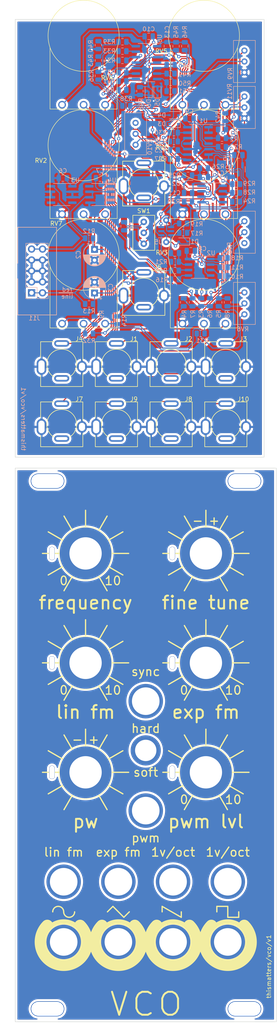
<source format=kicad_pcb>
(kicad_pcb (version 20211014) (generator pcbnew)
  (layers (0 "F.Cu" signal) (31 "B.Cu" signal) (34 "B.Paste" user) (35 "F.Paste" user) (36 "B.SilkS" user "B.Silkscreen") (37 "F.SilkS" user "F.Silkscreen") (38 "B.Mask" user) (39 "F.Mask" user) (44 "Edge.Cuts" user))
  (net 0 "")
  (net 1 "/SYNC")
  (net 2 "Net-(C1-Pad2)")
  (net 3 "+12V")
  (net 4 "GND")
  (net 5 "-12V")
  (net 6 "Net-(C4-Pad1)")
  (net 7 "Net-(C4-Pad2)")
  (net 8 "Net-(C5-Pad1)")
  (net 9 "Net-(C5-Pad2)")
  (net 10 "VCC")
  (net 11 "VSS")
  (net 12 "Net-(C11-Pad1)")
  (net 13 "Net-(C11-Pad2)")
  (net 14 "Net-(C12-Pad1)")
  (net 15 "Net-(C13-Pad1)")
  (net 16 "Net-(C13-Pad2)")
  (net 17 "Net-(D1-Pad1)")
  (net 18 "Net-(D1-Pad2)")
  (net 19 "Net-(D3-Pad1)")
  (net 20 "Net-(D3-Pad2)")
  (net 21 "Net-(D4-Pad2)")
  (net 22 "Net-(D5-Pad1)")
  (net 23 "Net-(J1-PadT)")
  (net 25 "/CV2")
  (net 27 "/CV1")
  (net 29 "Net-(J4-PadT)")
  (net 31 "Net-(J5-PadT)")
  (net 33 "Net-(J6-PadT)")
  (net 35 "/SINE")
  (net 37 "/SAW")
  (net 39 "/TRIANGLE")
  (net 41 "/SQUARE")
  (net 43 "Net-(J11-Pad1)")
  (net 44 "Net-(J11-Pad10)")
  (net 45 "Net-(R1-Pad1)")
  (net 46 "/EXP_CV")
  (net 47 "Net-(R11-Pad1)")
  (net 48 "/FINE")
  (net 49 "/COARSE")
  (net 50 "Net-(R8-Pad2)")
  (net 51 "Net-(R9-Pad2)")
  (net 52 "Net-(R10-Pad1)")
  (net 53 "Net-(R11-Pad2)")
  (net 54 "Net-(R14-Pad1)")
  (net 55 "/LIN_CV")
  (net 56 "Net-(R16-Pad2)")
  (net 57 "Net-(R18-Pad2)")
  (net 58 "Net-(R19-Pad1)")
  (net 59 "Net-(R22-Pad1)")
  (net 60 "Net-(R23-Pad1)")
  (net 61 "Net-(R23-Pad2)")
  (net 62 "Net-(R24-Pad1)")
  (net 63 "Net-(R24-Pad2)")
  (net 64 "Net-(R27-Pad1)")
  (net 65 "/PWM")
  (net 66 "Net-(R31-Pad2)")
  (net 67 "/PW")
  (net 68 "Net-(R33-Pad1)")
  (net 69 "Net-(R37-Pad2)")
  (net 70 "Net-(R39-Pad1)")
  (net 71 "Net-(R39-Pad2)")
  (net 72 "Net-(R41-Pad2)")
  (net 73 "Net-(R42-Pad2)")
  (net 74 "Net-(R49-Pad2)")
  (net 75 "Net-(R50-Pad2)")
  (footprint "Eurorack:AudioJack2_Tayda_A-2566" (layer "F.Cu") (at 41.275 92.71)
    (fp_text reference "J1")
    (fp_text value "EXP FM")
  )
  (footprint "Eurorack:Potentiometer_RV16AF-41-15R1" (layer "F.Cu") (at 61.595 67.31)
    (fp_text reference "RV3")
    (fp_text value "PWM LVL")
  )
  (footprint "Eurorack:Mech-AudioJack-Hole" (layer "F.Cu") (at 67.13 212.84)
    (fp_text reference "H1")
    (fp_text value "1v/oct")
  )
  (footprint "Eurorack:Mech-2M_Switch-Hole" (layer "F.Cu") (at 48.08 182.36)
    (fp_text reference "H21")
    (fp_text value "SYNC HARDNESS")
  )
  (footprint "Eurorack:Mech-AudioJack-Hole" (layer "F.Cu") (at 48.08 196.33)
    (fp_text reference "H5")
    (fp_text value "pwm")
  )
  (footprint "Eurorack:AudioJack2_Tayda_A-2566" (layer "F.Cu") (at 28.575 106.68)
    (fp_text reference "J7")
    (fp_text value "Sine")
  )
  (footprint "Eurorack:AudioJack2_Tayda_A-2566" (layer "F.Cu") (at 53.975 92.71)
    (fp_text reference "J2")
    (fp_text value "1V/OCT")
  )
  (footprint "Eurorack:Mech-Potentiometer-Hole_pan" (layer "F.Cu") (at 62.05 136.64)
    (fp_text reference "H12")
    (fp_text value "fine tune")
  )
  (footprint "Eurorack:Potentiometer_RV16AF-41-15R1" (layer "F.Cu") (at 33.655 67.31)
    (fp_text reference "RV7")
    (fp_text value "PW")
  )
  (footprint "Eurorack:AudioJack2_Tayda_A-2566" (layer "F.Cu") (at 47.625 76.2)
    (fp_text reference "J5")
    (fp_text value "PWM")
  )
  (footprint "Eurorack:Mech-Potentiometer-Hole_level" (layer "F.Cu") (at 34.11 136.64)
    (fp_text reference "H11")
    (fp_text value "frequency")
  )
  (footprint "Eurorack:Mech-AudioJack-Hole-Output" (layer "F.Cu") (at 41.73 226.81)
    (fp_text reference "H9")
    (fp_text value "triangle")
  )
  (footprint "Eurorack:Mech-AudioJack-Hole-Output" (layer "F.Cu") (at 67.13 226.81)
    (fp_text reference "H10")
    (fp_text value "pulse")
  )
  (footprint "Eurorack:Switch_SPDT_Tayda_A-5751" (layer "F.Cu") (at 47.625 62.23)
    (fp_text reference "SW1")
    (fp_text value "Sync Mode")
  )
  (footprint "Eurorack:Mech-MountingHole" (layer "F.Cu") (at 25.28 119.84)
    (fp_text reference "H20")
    (fp_text value "MountingHole")
  )
  (footprint "Eurorack:Mech-MountingHole" (layer "F.Cu") (at 71 119.84)
    (fp_text reference "H17")
    (fp_text value "MountingHole")
  )
  (footprint "Eurorack:Mech-AudioJack-Hole" (layer "F.Cu") (at 29.03 212.84)
    (fp_text reference "H4")
    (fp_text value "lin fm")
  )
  (footprint "Eurorack:AudioJack2_Tayda_A-2566" (layer "F.Cu") (at 66.675 106.68)
    (fp_text reference "J10")
    (fp_text value "Square")
  )
  (footprint "Eurorack:Mech-Potentiometer-Hole_level" (layer "F.Cu") (at 62.05 162.04)
    (fp_text reference "H14")
    (fp_text value "exp fm")
  )
  (footprint "Eurorack:AudioJack2_Tayda_A-2566" (layer "F.Cu") (at 28.575 92.71)
    (fp_text reference "J4")
    (fp_text value "LIN FM")
  )
  (footprint "Eurorack:Mech-Potentiometer-Hole_pan" (layer "F.Cu") (at 34.11 187.44)
    (fp_text reference "H15")
    (fp_text value "pw")
  )
  (footprint "Eurorack:Mech-MountingHole" (layer "F.Cu") (at 71 242.34)
    (fp_text reference "H19")
    (fp_text value "MountingHole")
  )
  (footprint "Eurorack:AudioJack2_Tayda_A-2566" (layer "F.Cu") (at 47.625 50.8)
    (fp_text reference "J6")
    (fp_text value "SYNC")
  )
  (footprint "Eurorack:Mech-AudioJack-Hole-Output" (layer "F.Cu") (at 54.43 226.81)
    (fp_text reference "H8")
    (fp_text value "saw")
  )
  (footprint "Eurorack:Mech-AudioJack-Hole" (layer "F.Cu") (at 41.73 212.84)
    (fp_text reference "H3")
    (fp_text value "exp fm")
  )
  (footprint "Eurorack:Mech-AudioJack-Hole" (layer "F.Cu") (at 48.08 170.93)
    (fp_text reference "H6")
    (fp_text value "sync")
  )
  (footprint "Eurorack:Potentiometer_RV16AF-41-15R1" (layer "F.Cu") (at 61.595 16.51)
    (fp_text reference "RV5")
    (fp_text value "Fine Tune")
  )
  (footprint "Eurorack:Mech-Potentiometer-Hole_level" (layer "F.Cu") (at 62.05 187.44)
    (fp_text reference "H16")
    (fp_text value "pwm lvl")
  )
  (footprint "Eurorack:Mech-MountingHole" (layer "F.Cu") (at 25.28 242.34)
    (fp_text reference "H18")
    (fp_text value "MountingHole")
  )
  (footprint "Eurorack:Mech-Potentiometer-Hole_level" (layer "F.Cu") (at 34.11 162.04)
    (fp_text reference "H13")
    (fp_text value "lin fm")
  )
  (footprint "Eurorack:AudioJack2_Tayda_A-2566" (layer "F.Cu") (at 66.675 92.71)
    (fp_text reference "J3")
    (fp_text value "1V/OCT")
  )
  (footprint "Eurorack:Mech-AudioJack-Hole" (layer "F.Cu") (at 54.43 212.84)
    (fp_text reference "H2")
    (fp_text value "1v/oct")
  )
  (footprint "Eurorack:Potentiometer_RV16AF-41-15R1" (layer "F.Cu") (at 61.595 41.91)
    (fp_text reference "RV1")
    (fp_text value "EXP FM LVL")
  )
  (footprint "Eurorack:AudioJack2_Tayda_A-2566" (layer "F.Cu") (at 53.975 106.68)
    (fp_text reference "J8")
    (fp_text value "Saw")
  )
  (footprint "Eurorack:AudioJack2_Tayda_A-2566" (layer "F.Cu") (at 41.275 106.68)
    (fp_text reference "J9")
    (fp_text value "Triangle")
  )
  (footprint "Eurorack:Potentiometer_RV16AF-41-15R1" (layer "F.Cu") (at 33.655 16.51)
    (fp_text reference "RV4")
    (fp_text value "Tune")
  )
  (footprint "Eurorack:Mech-AudioJack-Hole-Output" (layer "F.Cu") (at 29.03 226.81)
    (fp_text reference "H7")
    (fp_text value "sine")
  )
  (footprint "Eurorack:Potentiometer_RV16AF-41-15R1" (layer "F.Cu") (at 33.655 41.91)
    (fp_text reference "RV2")
    (fp_text value "LIN FM LVL")
  )
  (footprint "Resistor_SMD:R_0805_2012Metric" (layer "B.Cu") (at 69.088 50.927 180)
    (fp_text reference "R29")
    (fp_text value "10K")
  )
  (footprint "Resistor_SMD:R_0805_2012Metric" (layer "B.Cu") (at 60.96 78.359 -90)
    (fp_text reference "R3")
    (fp_text value "100K")
  )
  (footprint "Capacitor_SMD:C_0805_2012Metric" (layer "B.Cu") (at 61.595 49.276 180)
    (fp_text reference "C12")
    (fp_text value "10p")
  )
  (footprint "Resistor_SMD:R_0805_2012Metric" (layer "B.Cu") (at 65.024 78.359 90)
    (fp_text reference "R5")
    (fp_text value "100K")
  )
  (footprint "Capacitor_SMD:C_0805_2012Metric" (layer "B.Cu") (at 37.465 49.53)
    (fp_text reference "C7")
    (fp_text value "100n")
  )
  (footprint "Resistor_SMD:R_0805_2012Metric" (layer "B.Cu") (at 53.848 23.241 180)
    (fp_text reference "R47")
    (fp_text value "150K")
  )
  (footprint "Resistor_SMD:R_0805_2012Metric" (layer "B.Cu") (at 53.848 25.273 180)
    (fp_text reference "R49")
    (fp_text value "1.5K")
  )
  (footprint "Resistor_SMD:R_0805_2012Metric" (layer "B.Cu") (at 56.769 62.23 180)
    (fp_text reference "R17")
    (fp_text value "1M")
  )
  (footprint "Resistor_SMD:R_0805_2012Metric" (layer "B.Cu") (at 61.595 47.244 180)
    (fp_text reference "R26")
    (fp_text value "1M")
  )
  (footprint "Resistor_SMD:R_0805_2012Metric" (layer "B.Cu") (at 46.736 29.337 -90)
    (fp_text reference "R48")
    (fp_text value "22K")
  )
  (footprint "Resistor_SMD:R_0805_2012Metric" (layer "B.Cu") (at 62.992 78.359 -90)
    (fp_text reference "R6")
    (fp_text value "3M3")
  )
  (footprint "Resistor_SMD:R_0805_2012Metric" (layer "B.Cu") (at 54.864 70.993 180)
    (fp_text reference "R15")
    (fp_text value "100K")
  )
  (footprint "Resistor_SMD:R_0805_2012Metric" (layer "B.Cu") (at 56.896 78.359 90)
    (fp_text reference "R4")
    (fp_text value "100K")
  )
  (footprint "Resistor_SMD:R_0805_2012Metric" (layer "B.Cu") (at 57.15 18.923 -90)
    (fp_text reference "R46")
    (fp_text value "1K")
  )
  (footprint "Resistor_SMD:R_0805_2012Metric" (layer "B.Cu") (at 37.084 22.225 90)
    (fp_text reference "R43")
    (fp_text value "1K")
  )
  (footprint "Diode_SMD:D_SOD-323" (layer "B.Cu") (at 56.769 64.262 180)
    (fp_text reference "D1")
    (fp_text value "1N4148")
  )
  (footprint "Capacitor_SMD:C_0805_2012Metric" (layer "B.Cu") (at 69.596 44.196)
    (fp_text reference "C5")
    (fp_text value "220p")
  )
  (footprint "Package_SO:SOIC-8_3.9x4.9mm_P1.27mm" (layer "B.Cu") (at 63.5 53.213 180)
    (fp_text reference "U7")
    (fp_text value "LM311")
  )
  (footprint "Diode_SMD:D_SOD-323" (layer "B.Cu") (at 58.012 50.927)
    (fp_text reference "D2")
    (fp_text value "1N4148")
  )
  (footprint "Potentiometer_THT:Potentiometer_Bourns_3296W_Vertical" (layer "B.Cu") (at 70.993 76.073 90)
    (fp_text reference "RV6")
    (fp_text value "220K")
  )
  (footprint "Capacitor_SMD:C_0805_2012Metric" (layer "B.Cu") (at 54.864 66.929 180)
    (fp_text reference "C4")
    (fp_text value "100p")
  )
  (footprint "Eurorack:SOT457+thermco_resistor" (layer "B.Cu") (at 52.832 61.849)
    (fp_text reference "U5")
    (fp_text value "thermally_coupled_transistor_pair")
  )
  (footprint "Resistor_SMD:R_0805_2012Metric" (layer "B.Cu") (at 34.925 63.5 180)
    (fp_text reference "R12")
    (fp_text value "10")
  )
  (footprint "Capacitor_THT:CP_Radial_D5.0mm_P2.50mm" (layer "B.Cu") (at 36.195 76.2 90)
    (fp_text reference "C3")
    (fp_text value "22U 50V")
  )
  (footprint "Resistor_SMD:R_0805_2012Metric" (layer "B.Cu") (at 65.786 40.259 180)
    (fp_text reference "R2")
    (fp_text value "50K")
  )
  (footprint "Resistor_SMD:R_0805_2012Metric" (layer "B.Cu") (at 56.769 60.071)
    (fp_text reference "R19")
    (fp_text value "1M")
  )
  (footprint "Resistor_SMD:R_0805_2012Metric" (layer "B.Cu") (at 69.088 54.991 180)
    (fp_text reference "R24")
    (fp_text value "10K")
  )
  (footprint "Resistor_SMD:R_0805_2012Metric" (layer "B.Cu") (at 66.167 72.263)
    (fp_text reference "R10")
    (fp_text value "47K")
  )
  (footprint "Capacitor_SMD:C_0805_2012Metric" (layer "B.Cu") (at 43.053 60.706 90)
    (fp_text reference "C1")
    (fp_text value "47p")
  )
  (footprint "Resistor_SMD:R_0805_2012Metric" (layer "B.Cu") (at 66.548 35.433 90)
    (fp_text reference "R42")
    (fp_text value "150K")
  )
  (footprint "Diode_SMD:D_SOD-323" (layer "B.Cu") (at 54.61 34.925 180)
    (fp_text reference "D4")
    (fp_text value "1N4148")
  )
  (footprint "Package_SO:SOIC-14_3.9x8.7mm_P1.27mm" (layer "B.Cu") (at 48.26 22.733 180)
    (fp_text reference "U6")
    (fp_text value "TL074")
  )
  (footprint "Resistor_SMD:R_0805_2012Metric" (layer "B.Cu") (at 42.672 22.225)
    (fp_text reference "R34")
    (fp_text value "470K")
  )
  (footprint "Resistor_SMD:R_0805_2012Metric" (layer "B.Cu") (at 65.786 42.291 180)
    (fp_text reference "R22")
    (fp_text value "5K6")
  )
  (footprint "Resistor_SMD:R_0805_2012Metric" (layer "B.Cu") (at 42.672 29.083)
    (fp_text reference "R44")
    (fp_text value "1K")
  )
  (footprint "Resistor_SMD:R_0805_2012Metric" (layer "B.Cu") (at 53.848 29.337)
    (fp_text reference "R51")
    (fp_text value "1K")
  )
  (footprint "Resistor_SMD:R_0805_2012Metric" (layer "B.Cu") (at 54.864 68.961 180)
    (fp_text reference "R21")
    (fp_text value "10K")
  )
  (footprint "Capacitor_THT:CP_Radial_D5.0mm_P2.50mm" (layer "B.Cu") (at 36.195 66.08 -90)
    (fp_text reference "C2")
    (fp_text value "22U 50V")
  )
  (footprint "Resistor_SMD:R_0805_2012Metric" (layer "B.Cu") (at 55.118 18.923 90)
    (fp_text reference "R45")
    (fp_text value "200K")
  )
  (footprint "Resistor_SMD:R_0805_2012Metric" (layer "B.Cu") (at 54.61 43.053)
    (fp_text reference "R23")
    (fp_text value "100K")
  )
  (footprint "Capacitor_SMD:C_0805_2012Metric" (layer "B.Cu") (at 58.547 66.421)
    (fp_text reference "C8")
    (fp_text value "100n")
  )
  (footprint "Resistor_SMD:R_0805_2012Metric" (layer "B.Cu") (at 54.61 38.989 180)
    (fp_text reference "R30")
    (fp_text value "100K")
  )
  (footprint "Package_TO_SOT_SMD:SOT-23" (layer "B.Cu") (at 69.596 47.498 -90)
    (fp_text reference "Q1")
    (fp_text value "MMBFJ111")
  )
  (footprint "Resistor_SMD:R_0805_2012Metric" (layer "B.Cu") (at 54.864 73.025)
    (fp_text reference "R16")
    (fp_text value "100K")
  )
  (footprint "Package_SO:SOIC-14_3.9x8.7mm_P1.27mm" (layer "B.Cu") (at 60.198 41.529 180)
    (fp_text reference "U1")
    (fp_text value "TL074")
  )
  (footprint "Resistor_SMD:R_0805_2012Metric" (layer "B.Cu") (at 42.672 17.907)
    (fp_text reference "R39")
    (fp_text value "10K")
  )
  (footprint "Resistor_SMD:R_0805_2012Metric" (layer "B.Cu") (at 69.088 52.959)
    (fp_text reference "R28")
    (fp_text value "10K")
  )
  (footprint "Resistor_SMD:R_0805_2012Metric" (layer "B.Cu") (at 57.912 48.895 180)
    (fp_text reference "R25")
    (fp_text value "33K")
  )
  (footprint "Resistor_SMD:R_0805_2012Metric" (layer "B.Cu") (at 42.672 20.076 180)
    (fp_text reference "R33")
    (fp_text value "10K")
  )
  (footprint "Resistor_SMD:R_0805_2012Metric" (layer "B.Cu") (at 57.912 54.991)
    (fp_text reference "R20")
    (fp_text value "100K")
  )
  (footprint "Capacitor_SMD:C_0805_2012Metric" (layer "B.Cu") (at 57.912 52.959)
    (fp_text reference "C11")
    (fp_text value "47p")
  )
  (footprint "Package_SO:SOIC-8_3.9x4.9mm_P1.27mm" (layer "B.Cu") (at 37.465 53.34 180)
    (fp_text reference "U4")
    (fp_text value "L79L12_SO8")
  )
  (footprint "Resistor_SMD:R_0805_2012Metric" (layer "B.Cu") (at 37.084 25.781 -90)
    (fp_text reference "R36")
    (fp_text value "100K")
  )
  (footprint "Resistor_SMD:R_0805_2012Metric" (layer "B.Cu") (at 36.195 82.55 -90)
    (fp_text reference "R9")
    (fp_text value "7.5K")
  )
  (footprint "Resistor_SMD:R_0805_2012Metric" (layer "B.Cu") (at 42.672 27.031)
    (fp_text reference "R41")
    (fp_text value "100K")
  )
  (footprint "Diode_SMD:D_SOD-323" (layer "B.Cu") (at 50.8 29.337 90)
    (fp_text reference "D5")
    (fp_text value "1N4148")
  )
  (footprint "Capacitor_SMD:C_0805_2012Metric" (layer "B.Cu") (at 58.232 35.687 180)
    (fp_text reference "C9")
    (fp_text value "100n")
  )
  (footprint "Resistor_SMD:R_0805_2012Metric" (layer "B.Cu") (at 34.925 85.598)
    (fp_text reference "R32")
    (fp_text value "100K")
  )
  (footprint "Capacitor_SMD:C_0805_2012Metric" (layer "B.Cu") (at 28.829 49.53 180)
    (fp_text reference "C6")
    (fp_text value "100n")
  )
  (footprint "Resistor_SMD:R_0805_2012Metric" (layer "B.Cu") (at 65.786 38.227)
    (fp_text reference "R1")
    (fp_text value "70K")
  )
  (footprint "Capacitor_SMD:C_0805_2012Metric" (layer "B.Cu") (at 48.768 16.637 180)
    (fp_text reference "C10")
    (fp_text value "100n")
  )
  (footprint "Resistor_SMD:R_0805_2012Metric" (layer "B.Cu") (at 41.455 82.55 90)
    (fp_text reference "R14")
    (fp_text value "7.5K")
  )
  (footprint "Resistor_SMD:R_0805_2012Metric" (layer "B.Cu") (at 67.056 78.359 -90)
    (fp_text reference "R8")
    (fp_text value "470K")
  )
  (footprint "Potentiometer_THT:Potentiometer_Bourns_3296W_Vertical" (layer "B.Cu") (at 70.993 30.597 90)
    (fp_text reference "RV11")
    (fp_text value "220K")
  )
  (footprint "Diode_SMD:D_SOD-323" (layer "B.Cu") (at 48.768 29.337 90)
    (fp_text reference "D6")
    (fp_text value "1N4148")
  )
  (footprint "Capacitor_SMD:C_0805_2012Metric" (layer "B.Cu") (at 53.086 18.923 -90)
    (fp_text reference "C13")
    (fp_text value "47p")
  )
  (footprint "Resistor_SMD:R_0805_2012Metric" (layer "B.Cu") (at 37.084 18.669 90)
    (fp_text reference "R40")
    (fp_text value "4.7K")
  )
  (footprint "Resistor_SMD:R_0805_2012Metric" (layer "B.Cu") (at 53.848 27.305 180)
    (fp_text reference "R50")
    (fp_text value "15K")
  )
  (footprint "Resistor_SMD:R_0805_2012Metric" (layer "B.Cu") (at 54.61 41.021 180)
    (fp_text reference "R35")
    (fp_text value "100K")
  )
  (footprint "Package_SO:SO-8_3.9x4.9mm_P1.27mm" (layer "B.Cu") (at 60.579 70.231 180)
    (fp_text reference "U2")
    (fp_text value "OPA2134")
  )
  (footprint "Resistor_SMD:R_0805_2012Metric" (layer "B.Cu") (at 54.61 45.085 180)
    (fp_text reference "R27")
    (fp_text value "220K")
  )
  (footprint "Resistor_SMD:R_0805_2012Metric" (layer "B.Cu") (at 58.928 78.359 -90)
    (fp_text reference "R7")
    (fp_text value "220K")
  )
  (footprint "Diode_SMD:D_SOD-323" (layer "B.Cu") (at 54.61 36.957 180)
    (fp_text reference "D3")
    (fp_text value "1N4148")
  )
  (footprint "Resistor_SMD:R_0805_2012Metric" (layer "B.Cu") (at 66.167 70.231)
    (fp_text reference "R11")
    (fp_text value "33K")
  )
  (footprint "Potentiometer_THT:Potentiometer_Bourns_3296W_Vertical" (layer "B.Cu") (at 45.72 41.793 -90)
    (fp_text reference "RV10")
    (fp_text value "100K")
  )
  (footprint "Potentiometer_THT:Potentiometer_Bourns_3296W_Vertical" (layer "B.Cu") (at 70.993 59.553 90)
    (fp_text reference "RV8")
    (fp_text value "25K")
  )
  (footprint "Resistor_SMD:R_0805_2012Metric" (layer "B.Cu") (at 66.167 68.072 180)
    (fp_text reference "R18")
    (fp_text value "22K")
  )
  (footprint "Potentiometer_THT:Potentiometer_Bourns_3296W_Vertical" (layer "B.Cu") (at 70.993 19.929 90)
    (fp_text reference "RV9")
    (fp_text value "220K")
  )
  (footprint "Resistor_SMD:R_0805_2012Metric" (layer "B.Cu") (at 60.833 85.598 180)
    (fp_text reference "R31")
    (fp_text value "180K")
  )
  (footprint "Eurorack:PinHeader_2x05_P2.54mm_Vertical" (layer "B.Cu") (at 21.5773 76.1619)
    (fp_text reference "J11")
    (fp_text value "Conn_02x05_Odd_Even")
  )
  (footprint "Resistor_SMD:R_0805_2012Metric" (layer "B.Cu") (at 43.561 32.766 180)
    (fp_text reference "R38")
    (fp_text value "50K")
  )
  (footprint "Resistor_SMD:R_0805_2012Metric" (layer "B.Cu") (at 34.925 78.74)
    (fp_text reference "R13")
    (fp_text value "10")
  )
  (footprint "Resistor_SMD:R_0805_2012Metric" (layer "B.Cu") (at 42.672 25.019)
    (fp_text reference "R37")
    (fp_text value "100K")
  )
  (footprint "Package_SO:SOIC-8_3.9x4.9mm_P1.27mm" (layer "B.Cu") (at 28.575 53.34 180)
    (fp_text reference "U3")
    (fp_text value "L78L12_SO8")
  )
  (gr_line (start 27.94 76.1538) (end 31.115 76.1538) (layer "B.SilkS") (width 0.2))
  (gr_line (start 69.67 221.095) (end 69.67 219.825) (layer "F.SilkS") (width 0.3))
  (gr_line (start 67.13 218.555) (end 67.13 221.095) (layer "F.SilkS") (width 0.3))
  (gr_line (start 51.89 218.555) (end 56.335 221.095) (layer "F.SilkS") (width 0.3))
  (gr_line (start 39.19 219.825) (end 40.46 218.555) (layer "F.SilkS") (width 0.3))
  (gr_line (start 64.59 218.555) (end 67.13 218.555) (layer "F.SilkS") (width 0.3))
  (gr_line (start 64.59 219.825) (end 64.59 218.555) (layer "F.SilkS") (width 0.3))
  (gr_line (start 40.46 218.555) (end 43 221.095) (layer "F.SilkS") (width 0.3))
  (gr_arc (start 31.57 219.825) (mid 30.3 221.095) (end 29.03 219.825) (layer "F.SilkS") (width 0.3))
  (gr_line (start 67.13 221.095) (end 69.67 221.095) (layer "F.SilkS") (width 0.3))
  (gr_line (start 51.89 219.825) (end 51.89 218.555) (layer "F.SilkS") (width 0.3))
  (gr_line (start 56.335 221.095) (end 56.335 219.825) (layer "F.SilkS") (width 0.3))
  (gr_arc (start 26.49 219.825) (mid 27.76 218.555) (end 29.03 219.825) (layer "F.SilkS") (width 0.3))
  (gr_line (start 43 221.095) (end 44.27 219.825) (layer "F.SilkS") (width 0.3))
  (gr_rect (start 75.565 114.3) (end 17.78 12.7) (layer "Edge.Cuts") (width 0.1) (fill none))
  (gr_rect (start 17.78 116.84) (end 78.38 245.34) (layer "Edge.Cuts") (width 0.1) (fill none))
  (gr_text "thismatters/vco/v1" (at 19.685 105.41 -90) (layer "B.SilkS") (effects (font (size 1 1)) (justify mirror)))
  (gr_text "red\nline" (at 29.845 76.1919) (layer "B.SilkS") (effects (font (size 1 1)) (justify mirror)))
  (gr_text "soft" (at 48.08 187.44) (layer "F.SilkS") (effects (font (size 2 2) (thickness 0.3))))
  (gr_text "thismatters/vco/v1" (at 76.655 232.525 90) (layer "F.SilkS") (effects (font (size 1 1))))
  (gr_text "vco" (at 48.08 240.03) (layer "F.SilkS") (effects (font (size 8 7) (thickness 0.45))))
  (gr_text "hard" (at 48.08 177.28) (layer "F.SilkS") (effects (font (size 2 2) (thickness 0.3))))
  (segment (start 49.022 61.469396) (end 50.15 60.341396) (width 0.25) (layer "F.Cu") (net 1))
  (segment (start 47.625 64.77) (end 49.022 63.373) (width 0.25) (layer "F.Cu") (net 1))
  (segment (start 50.15 55.895) (end 51.239 54.806) (width 0.25) (layer "F.Cu") (net 1))
  (segment (start 50.15 60.341396) (end 50.15 55.895) (width 0.25) (layer "F.Cu") (net 1))
  (segment (start 51.239 54.806) (end 58.6625 54.806) (width 0.25) (layer "F.Cu") (net 1))
  (segment (start 58.6625 54.806) (end 59.817 55.9605) (width 0.25) (layer "F.Cu") (net 1))
  (segment (start 49.022 63.373) (end 49.022 61.469396) (width 0.25) (layer "F.Cu") (net 1))
  (via (at 59.817 55.9605) (size 0.8) (drill 0.4) (layers "F.Cu" "B.Cu") (net 1))
  (segment (start 43.688 61.087) (end 43.307 61.468) (width 0.25) (layer "B.Cu") (net 1))
  (segment (start 60.0915 56.235) (end 59.817 55.9605) (width 0.25) (layer "B.Cu") (net 1))
  (segment (start 46.355 63.5) (end 46.355 61.087) (width 0.25) (layer "B.Cu") (net 1))
  (segment (start 69.088 55.88) (end 68.733 56.235) (width 0.25) (layer "B.Cu") (net 1))
  (segment (start 69.088 53.8715) (end 69.088 55.88) (width 0.25) (layer "B.Cu") (net 1))
  (segment (start 46.355 61.087) (end 43.688 61.087) (width 0.25) (layer "B.Cu") (net 1))
  (segment (start 47.625 64.77) (end 46.355 63.5) (width 0.25) (layer "B.Cu") (net 1))
  (segment (start 68.733 56.235) (end 60.0915 56.235) (width 0.25) (layer "B.Cu") (net 1))
  (segment (start 70.0005 52.959) (end 69.088 53.8715) (width 0.25) (layer "B.Cu") (net 1))
  (segment (start 47.625 59.69) (end 46.678 60.637) (width 0.25) (layer "B.Cu") (net 2))
  (segment (start 46.678 60.637) (end 43.746 60.637) (width 0.25) (layer "B.Cu") (net 2))
  (segment (start 43.746 60.637) (end 43.053 59.944) (width 0.25) (layer "B.Cu") (net 2))
  (segment (start 57.392863 24.142533) (end 57.392863 23.085805) (width 0.25) (layer "F.Cu") (net 3))
  (segment (start 55.118 23.114) (end 48.895 23.114) (width 0.25) (layer "F.Cu") (net 3))
  (segment (start 48.424 20.484) (end 48.895 20.955) (width 0.25) (layer "F.Cu") (net 3))
  (segment (start 48.895 23.114) (end 48.895 25.527) (width 0.25) (layer "F.Cu") (net 3))
  (segment (start 48.895 25.527) (end 47.6025 26.8195) (width 0.25) (layer "F.Cu") (net 3))
  (segment (start 38.655 56.177588) (end 36.195 58.637588) (width 0.25) (layer "F.Cu") (net 3))
  (segment (start 48.424 19.510514) (end 48.424 20.484) (width 0.25) (layer "F.Cu") (net 3))
  (segment (start 57.667863 22.810805) (end 57.667863 21.991863) (width 0.25) (layer "F.Cu") (net 3))
  (segment (start 63.175604 29.395) (end 57.843 29.395) (width 0.25) (layer "F.Cu") (net 3))
  (segment (start 47.6025 26.8195) (end 44.3455 26.8195) (width 0.25) (layer "F.Cu") (net 3))
  (segment (start 36.195 58.637588) (end 36.195 66.167) (width 0.25) (layer "F.Cu") (net 3))
  (segment (start 57.045 28.597) (end 57.045 24.490396) (width 0.25) (layer "F.Cu") (net 3))
  (segment (start 38.655 32.51) (end 38.655 56.177588) (width 0.25) (layer "F.Cu") (net 3))
  (segment (start 38.655 32.51) (end 44.3455 26.8195) (width 0.25) (layer "F.Cu") (net 3))
  (segment (start 57.045 24.490396) (end 57.392863 24.142533) (width 0.25) (layer "F.Cu") (net 3))
  (segment (start 48.895 20.955) (end 48.895 23.114) (width 0.25) (layer "F.Cu") (net 3))
  (segment (start 49.911014 18.0235) (end 48.424 19.510514) (width 0.25) (layer "F.Cu") (net 3))
  (segment (start 56.446 21.786) (end 55.118 23.114) (width 0.25) (layer "F.Cu") (net 3))
  (segment (start 57.392863 23.085805) (end 57.667863 22.810805) (width 0.25) (layer "F.Cu") (net 3))
  (segment (start 57.667863 21.991863) (end 57.462 21.786) (width 0.25) (layer "F.Cu") (net 3))
  (segment (start 57.843 29.395) (end 57.045 28.597) (width 0.25) (layer "F.Cu") (net 3))
  (segment (start 57.462 21.786) (end 56.446 21.786) (width 0.25) (layer "F.Cu") (net 3))
  (segment (start 66.546604 32.766) (end 63.175604 29.395) (width 0.25) (layer "F.Cu") (net 3))
  (via (at 48.895 23.114) (size 0.8) (drill 0.4) (layers "F.Cu" "B.Cu") (net 3))
  (via (at 49.911014 18.0235) (size 0.8) (drill 0.4) (layers "F.Cu" "B.Cu") (net 3))
  (segment (start 42.2675 81.6375) (end 41.455 81.6375) (width 0.25) (layer "B.Cu") (net 3))
  (segment (start 41.455 81.6375) (end 44.831 78.2615) (width 0.25) (layer "B.Cu") (net 3))
  (segment (start 68.665 88.985) (end 68.876 88.985) (width 0.25) (layer "B.Cu") (net 3))
  (segment (start 70.02 88.35528) (end 70.02 81.872) (width 0.25) (layer "B.Cu") (net 3))
  (segment (start 62.296249 41.529) (end 61.183624 40.416376) (width 0.25) (layer "B.Cu") (net 3))
  (segment (start 65.405 33.909) (end 66.675 32.639) (width 0.25) (layer "B.Cu") (net 3))
  (segment (start 49.911014 18.0235) (end 49.911014 16.764014) (width 0.25) (layer "B.Cu") (net 3))
  (segment (start 68.919 88.985) (end 69.39028 88.985) (width 0.25) (layer "B.Cu") (net 3))
  (segment (start 48.895 23.114) (end 49.149 22.86) (width 0.25) (layer "B.Cu") (net 3))
  (segment (start 43.21 83.85) (end 42.545 83.185) (width 0.25) (layer "B.Cu") (net 3))
  (segment (start 42.545 83.185) (end 42.545 81.915) (width 0.25) (layer "B.Cu") (net 3))
  (segment (start 44.831 78.2615) (end 44.831 72.644) (width 0.25) (layer "B.Cu") (net 3))
  (segment (start 42.545 81.915) (end 42.2675 81.6375) (width 0.25) (layer "B.Cu") (net 3))
  (segment (start 69.217 32.51) (end 71.12 30.607) (width 0.25) (layer "B.Cu") (net 3))
  (segment (start 69.39028 88.985) (end 70.02 88.35528) (width 0.25) (layer "B.Cu") (net 3))
  (segment (start 61.183624 37.688624) (end 61.183624 37.495376) (width 0.25) (layer "B.Cu") (net 3))
  (segment (start 64.858 36.733) (end 65.405 36.186) (width 0.25) (layer "B.Cu") (net 3))
  (segment (start 59.182 35.687) (end 61.183624 37.688624) (width 0.25) (layer "B.Cu") (net 3))
  (segment (start 38.267 66.08) (end 44.831 72.644) (width 0.25) (layer "B.Cu") (net 3))
  (segment (start 61.183624 37.688624) (end 61.183624 40.416376) (width 0.25) (layer "B.Cu") (net 3))
  (segment (start 36.195 66.08) (end 38.267 66.08) (width 0.25) (layer "B.Cu") (net 3))
  (segment (start 66.595 32.51) (end 69.217 32.51) (width 0.25) (layer "B.Cu") (net 3))
  (segment (start 59.055 84.869) (end 59.389 84.535) (width 0.25) (layer "B.Cu") (net 3))
  (segment (start 68.538 88.985) (end 68.665 88.985) (width 0.25) (layer "B.Cu") (net 3))
  (segment (start 49.149 22.86) (end 50.927 22.86) (width 0.25) (layer "B.Cu") (net 3))
  (segment (start 51.902396 88.985) (end 46.767396 83.85) (width 0.25) (layer "B.Cu") (net 3))
  (segment (start 59.055 87.628604) (end 59.055 84.869) (width 0.25) (layer "B.Cu") (net 3))
  (segment (start 59.389 84.535) (end 60.383173 84.535) (width 0.25) (layer "B.Cu") (net 3))
  (segment (start 35.8375 63.5) (end 35.8375 65.6825) (width 0.25) (layer "B.Cu") (net 3))
  (segment (start 60.758 84.909827) (end 60.758 86.158) (width 0.25) (layer "B.Cu") (net 3))
  (segment (start 57.698604 88.985) (end 59.055 87.628604) (width 0.25) (layer "B.Cu") (net 3))
  (segment (start 65.405 36.186) (end 65.405 33.909) (width 0.25) (layer "B.Cu") (net 3))
  (segment (start 68.919 88.985) (end 63.585 88.985) (width 0.25) (layer "B.Cu") (net 3))
  (segment (start 60.758 86.158) (end 63.585 88.985) (width 0.25) (layer "B.Cu") (net 3))
  (segment (start 68.876 88.985) (end 69.39028 88.985) (width 0.25) (layer "B.Cu") (net 3))
  (segment (start 69.39028 88.985) (end 68.538 88.985) (width 0.25) (layer "B.Cu") (net 3))
  (segment (start 46.767396 83.85) (end 43.21 83.85) (width 0.25) (layer "B.Cu") (net 3))
  (segment (start 61.183624 37.495376) (end 61.946 36.733) (width 0.25) (layer "B.Cu") (net 3))
  (segment (start 51.902396 88.985) (end 57.698604 88.985) (width 0.25) (layer "B.Cu") (net 3))
  (segment (start 70.02 81.872) (end 70.739 81.153) (width 0.25) (layer "B.Cu") (net 3))
  (segment (start 61.946 36.733) (end 64.858 36.733) (width 0.25) (layer "B.Cu") (net 3))
  (segment (start 60.383173 84.535) (end 60.758 84.909827) (width 0.25) (layer "B.Cu") (net 3))
  (segment (start 68.665 88.985) (end 68.919 88.985) (width 0.25) (layer "B.Cu") (net 3))
  (segment (start 39.116 22.225) (end 38.1 22.225) (width 0.25) (layer "F.Cu") (net 4))
  (segment (start 49.911 29.46692) (end 49.911 31.623) (width 0.25) (layer "F.Cu") (net 4))
  (segment (start 70.993 37.338) (end 70.993 40.767) (width 0.25) (layer "F.Cu") (net 4))
  (segment (start 47.912387 20.734387) (end 47.498 20.32) (width 0.25) (layer "F.Cu") (net 4))
  (segment (start 69.977 41.783) (end 68.707 43.053) (width 0.25) (layer "F.Cu") (net 4))
  (segment (start 68.707 49.53) (end 68.961 49.784) (width 0.25) (layer "F.Cu") (net 4))
  (segment (start 65.278 43.053) (end 60.325 43.053) (width 0.25) (layer "F.Cu") (net 4))
  (segment (start 38.1 22.225) (end 35.56 19.685) (width 0.25) (layer "F.Cu") (net 4))
  (segment (start 68.707 43.053) (end 68.707 49.53) (width 0.25) (layer "F.Cu") (net 4))
  (segment (start 70.993 40.767) (end 69.977 41.783) (width 0.25) (layer "F.Cu") (net 4))
  (segment (start 68.199 40.132) (end 65.278 43.053) (width 0.25) (layer "F.Cu") (net 4))
  (segment (start 47.912387 23.296962) (end 47.912387 20.734387) (width 0.25) (layer "F.Cu") (net 4))
  (segment (start 69.977 41.783) (end 69.85 41.783) (width 0.25) (layer "F.Cu") (net 4))
  (segment (start 68.199 40.132) (end 69.85 41.783) (width 0.25) (layer "F.Cu") (net 4))
  (segment (start 47.498 20.32) (end 41.021 20.32) (width 0.25) (layer "F.Cu") (net 4))
  (segment (start 47.9165 27.47242) (end 49.911 29.46692) (width 0.25) (layer "F.Cu") (net 4))
  (segment (start 41.021 20.32) (end 39.116 22.225) (width 0.25) (layer "F.Cu") (net 4))
  (segment (start 70.993 35.677) (end 70.993 37.338) (width 0.25) (layer "F.Cu") (net 4))
  (via (at 39.116 22.225) (size 0.8) (drill 0.4) (layers "F.Cu" "B.Cu") (net 4))
  (via (at 49.911 31.623) (size 0.8) (drill 0.4) (layers "F.Cu" "B.Cu") (net 4))
  (via (at 47.9165 27.47242) (size 0.8) (drill 0.4) (layers "F.Cu" "B.Cu") (net 4))
  (via (at 68.199 40.132) (size 0.8) (drill 0.4) (layers "F.Cu" "B.Cu") (net 4))
  (via (at 60.325 43.053) (size 0.8) (drill 0.4) (layers "F.Cu" "B.Cu") (net 4))
  (via (at 35.56 19.685) (size 0.8) (drill 0.4) (layers "F.Cu" "B.Cu") (net 4))
  (via (at 47.912387 23.296962) (size 0.8) (drill 0.4) (layers "F.Cu" "B.Cu") (net 4))
  (via (at 68.961 49.784) (size 0.8) (drill 0.4) (layers "F.Cu" "B.Cu") (net 4))
  (segment (start 50.735 21.463) (end 52.832 21.463) (width 0.25) (layer "B.Cu") (net 4))
  (segment (start 56.423 41.182249) (end 56.423 42.072) (width 0.25) (layer "B.Cu") (net 4))
  (segment (start 46.980695 24.003) (end 46.101 24.003) (width 0.25) (layer "B.Cu") (net 4))
  (segment (start 57.346249 40.259) (end 56.423 41.182249) (width 0.25) (layer "B.Cu") (net 4))
  (segment (start 47.912387 23.296962) (end 47.912387 27.468307) (width 0.25) (layer "B.Cu") (net 4))
  (segment (start 35.56 19.685) (end 36.83 19.685) (width 0.25) (layer "B.Cu") (net 4))
  (segment (start 47.912387 27.468307) (end 47.9165 27.47242) (width 0.25) (layer "B.Cu") (net 4))
  (segment (start 46.736 30.2495) (end 48.4105 30.2495) (width 0.25) (layer "B.Cu") (net 4))
  (segment (start 60.071 42.799) (end 57.658 42.799) (width 0.25) (layer "B.Cu") (net 4))
  (segment (start 52.932 61.695) (end 52.932 59.463) (width 0.25) (layer "B.Cu") (net 4))
  (segment (start 47.912387 22.90876) (end 49.358147 21.463) (width 0.25) (layer "B.Cu") (net 4))
  (segment (start 53.923 24.459) (end 54.61 25.146) (width 0.25) (layer "B.Cu") (net 4))
  (segment (start 68.961 49.784) (end 69.977 50.8) (width 0.25) (layer "B.Cu") (net 4))
  (segment (start 47.206349 24.003) (end 47.912387 23.296962) (width 0.25) (layer "B.Cu") (net 4))
  (segment (start 48.4105 30.2495) (end 48.514 30.353) (width 0.25) (layer "B.Cu") (net 4))
  (segment (start 47.912387 23.296962) (end 47.912387 22.90876) (width 0.25) (layer "B.Cu") (net 4))
  (segment (start 56.423 42.072) (end 57.023 42.672) (width 0.25) (layer "B.Cu") (net 4))
  (segment (start 53.923 22.554) (end 53.923 24.459) (width 0.25) (layer "B.Cu") (net 4))
  (segment (start 53.9695 61.849) (end 53.086 61.849) (width 0.25) (layer "B.Cu") (net 4))
  (segment (start 53.086 61.849) (end 52.932 61.695) (width 0.25) (layer "B.Cu") (net 4))
  (segment (start 52.832 21.463) (end 53.923 22.554) (width 0.25) (layer "B.Cu") (net 4))
  (segment (start 49.358147 21.463) (end 50.735 21.463) (width 0.25) (layer "B.Cu") (net 4))
  (segment (start 46.980695 24.003) (end 47.206349 24.003) (width 0.25) (layer "B.Cu") (net 4))
  (segment (start 49.911 31.623) (end 48.768 30.48) (width 0.25) (layer "B.Cu") (net 4))
  (segment (start 60.325 43.053) (end 60.071 42.799) (width 0.25) (layer "B.Cu") (net 4))
  (segment (start 39.116 22.225) (end 41.7595 22.225) (width 0.25) (layer "B.Cu") (net 4))
  (segment (start 68.199 40.132) (end 66.929 40.132) (width 0.25) (layer "B.Cu") (net 4))
  (segment (start 50.1825 20.9725) (end 49.149 19.939) (width 0.25) (layer "F.Cu") (net 5))
  (segment (start 68.199 46.852) (end 68.199 53.089412) (width 0.25) (layer "F.Cu") (net 5))
  (segment (start 44.069 73.914) (end 53.592604 73.914) (width 0.25) (layer "F.Cu") (net 5))
  (segment (start 67.125 59.24) (end 67.125 74.491) (width 0.25) (layer "F.Cu") (net 5))
  (segment (start 53.592604 73.914) (end 55.947604 76.269) (width 0.25) (layer "F.Cu") (net 5))
  (segment (start 67.125 74.491) (end 68.834 76.2) (width 0.25) (layer "F.Cu") (net 5))
  (segment (start 65.278 57.023) (end 65.786 56.515) (width 0.25) (layer "F.Cu") (net 5))
  (segment (start 57.981 76.269) (end 60.594508 78.882508) (width 0.25) (layer "F.Cu") (net 5))
  (segment (start 68.257 46.794) (end 68.199 46.852) (width 0.25) (layer "F.Cu") (net 5))
  (segment (start 67.82 57.402588) (end 67.82 58.545) (width 0.25) (layer "F.Cu") (net 5))
  (segment (start 66.225 74.776016) (end 66.225 59.494) (width 0.25) (layer "F.Cu") (net 5))
  (segment (start 67.527028 43.09857) (end 67.527028 46.064028) (width 0.25) (layer "F.Cu") (net 5))
  (segment (start 55.947604 76.269) (end 57.981 76.269) (width 0.25) (layer "F.Cu") (net 5))
  (segment (start 53.467 20.9725) (end 50.1825 20.9725) (width 0.25) (layer "F.Cu") (net 5))
  (segment (start 67.057706 54.230706) (end 67.057706 56.640294) (width 0.25) (layer "F.Cu") (net 5))
  (segment (start 67.527028 46.064028) (end 68.257 46.794) (width 0.25) (layer "F.Cu") (net 5))
  (segment (start 65.786 56.515) (end 66.932412 56.515) (width 0.25) (layer "F.Cu") (net 5))
  (segment (start 65.278 58.547) (end 65.278 57.023) (width 0.25) (layer "F.Cu") (net 5))
  (segment (start 67.057706 56.640294) (end 67.82 57.402588) (width 0.25) (layer "F.Cu") (net 5))
  (segment (start 66.932412 56.515) (end 67.057706 56.640294) (width 0.25) (layer "F.Cu") (net 5))
  (segment (start 66.225 59.494) (end 65.278 58.547) (width 0.25) (layer "F.Cu") (net 5))
  (segment (start 56.595 32.51) (end 56.595 24.304) (width 0.25) (layer "F.Cu") (net 5))
  (segment (start 68.199 53.089412) (end 67.057706 54.230706) (width 0.25) (layer "F.Cu") (net 5))
  (segment (start 56.942863 23.956137) (end 56.942863 22.5105) (width 0.25) (layer "F.Cu") (net 5))
  (segment (start 56.595 24.304) (end 56.942863 23.956137) (width 0.25) (layer "F.Cu") (net 5))
  (segment (start 67.949299 42.676299) (end 67.527028 43.09857) (width 0.25) (layer "F.Cu") (net 5))
  (segment (start 62.118508 78.882508) (end 66.225 74.776016) (width 0.25) (layer "F.Cu") (net 5))
  (segment (start 67.82 58.545) (end 67.125 59.24) (width 0.25) (layer "F.Cu") (net 5))
  (segment (start 60.594508 78.882508) (end 62.118508 78.882508) (width 0.25) (layer "F.Cu") (net 5))
  (segment (start 68.834 76.2) (end 70.866 76.2) (width 0.25) (layer "F.Cu") (net 5))
  (via (at 44.069 73.914) (size 0.8) (drill 0.4) (layers "F.Cu" "B.Cu") (net 5))
  (via (at 49.149 19.939) (size 0.8) (drill 0.4) (layers "F.Cu" "B.Cu") (net 5))
  (via (at 53.467 20.9725) (size 0.8) (drill 0.4) (layers "F.Cu" "B.Cu") (net 5))
  (via (at 67.949299 42.676299) (size 0.8) (drill 0.4) (layers "F.Cu" "B.Cu") (net 5))
  (via (at 56.942863 22.5105) (size 0.8) (drill 0.4) (layers "F.Cu" "B.Cu") (net 5))
  (segment (start 58.166 41.529) (end 59.055 40.64) (width 0.25) (layer "B.Cu") (net 5))
  (segment (start 58.259 36.737) (end 57.404 35.882) (width 0.25) (layer "B.Cu") (net 5))
  (segment (start 36.195 76.2) (end 36.195 81.534) (width 0.25) (layer "B.Cu") (net 5))
  (segment (start 56.595 32.51) (end 56.595 35.005) (width 0.25) (layer "B.Cu") (net 5))
  (segment (start 59.055 37.152) (end 58.64 36.737) (width 0.25) (layer "B.Cu") (net 5))
  (segment (start 28.655 32.51) (end 33.5915 27.5735) (width 0.25) (layer "B.Cu") (net 5))
  (segment (start 66.0165 43.434) (end 67.191598 43.434) (width 0.25) (layer "B.Cu") (net 5))
  (segment (start 48.133 18.161) (end 49.149 19.177) (width 0.25) (layer "B.Cu") (net 5))
  (segment (start 61.214 41.783) (end 61.214 41.083148) (width 0.25) (layer "B.Cu") (net 5))
  (segment (start 49.149 20.399355) (end 46.815355 22.733) (width 0.25) (layer "B.Cu") (net 5))
  (segment (start 33.5915 27.5735) (end 33.5915 16.8275) (width 0.25) (layer "B.Cu") (net 5))
  (segment (start 33.5915 16.8275) (end 35.052 15.367) (width 0.25) (layer "B.Cu") (net 5))
  (segment (start 55.555673 22.5105) (end 54.000173 20.955) (width 0.25) (layer "B.Cu") (net 5))
  (segment (start 64.7165 42.174) (end 61.605 42.174) (width 0.25) (layer "B.Cu") (net 5))
  (segment (start 36.195 76.2) (end 40.259 76.2) (width 0.25) (layer "B.Cu") (net 5))
  (segment (start 56.595 35.005) (end 57.277 35.687) (width 0.25) (layer "B.Cu") (net 5))
  (segment (start 67.191598 43.434) (end 67.949299 42.676299) (width 0.25) (layer "B.Cu") (net 5))
  (segment (start 60.733624 40.602772) (end 60.733624 37.87502) (width 0.25) (layer "B.Cu") (net 5))
  (segment (start 64.8735 42.291) (end 66.0165 43.434) (width 0.25) (layer "B.Cu") (net 5))
  (segment (start 61.605 42.174) (end 61.214 41.783) (width 0.25) (layer "B.Cu") (net 5))
  (segment (start 56.942863 22.5105) (end 55.555673 22.5105) (width 0.25) (layer "B.Cu") (net 5))
  (segment (start 35.052 15.367) (end 45.085 15.367) (width 0.25) (layer "B.Cu") (net 5))
  (segment (start 54.000173 20.955) (end 53.4845 20.955) (width 0.25) (layer "B.Cu") (net 5))
  (segment (start 58.64 36.737) (end 58.259 36.737) (width 0.25) (layer "B.Cu") (net 5))
  (segment (start 42.799 73.66) (end 43.815 73.66) (width 0.25) (layer "B.Cu") (net 5))
  (segment (start 40.259 76.2) (end 42.799 73.66) (width 0.25) (layer "B.Cu") (net 5))
  (segment (start 43.815 73.66) (end 44.069 73.914) (width 0.25) (layer "B.Cu") (net 5))
  (segment (start 48.133 17.018) (end 48.133 18.161) (width 0.25) (layer "B.Cu") (net 5))
  (segment (start 49.149 19.939) (end 49.149 20.399355) (width 0.25) (layer "B.Cu") (net 5))
  (segment (start 46.815355 22.733) (end 45.785 22.733) (width 0.25) (layer "B.Cu") (net 5))
  (segment (start 46.355 16.637) (end 47.818 16.637) (width 0.25) (layer "B.Cu") (net 5))
  (segment (start 49.149 19.177) (end 49.149 19.939) (width 0.25) (layer "B.Cu") (net 5))
  (segment (start 59.055 40.64) (end 59.055 37.152) (width 0.25) (layer "B.Cu") (net 5))
  (segment (start 60.733624 37.87502) (end 59.595604 36.737) (width 0.25) (layer "B.Cu") (net 5))
  (segment (start 61.214 41.083148) (end 60.733624 40.602772) (width 0.25) (layer "B.Cu") (net 5))
  (segment (start 59.595604 36.737) (end 58.64 36.737) (width 0.25) (layer "B.Cu") (net 5))
  (segment (start 53.4845 20.955) (end 53.467 20.9725) (width 0.25) (layer "B.Cu") (net 5))
  (segment (start 45.085 15.367) (end 46.355 16.637) (width 0.25) (layer "B.Cu") (net 5))
  (segment (start 56.769 69.596) (end 55.753 68.58) (width 0.25) (layer "B.Cu") (net 6))
  (segment (start 58.004 69.596) (end 56.769 69.596) (width 0.25) (layer "B.Cu") (net 6))
  (segment (start 55.753 67.564) (end 56.007 67.31) (width 0.25) (layer "B.Cu") (net 6))
  (segment (start 55.753 68.58) (end 55.753 67.564) (width 0.25) (layer "B.Cu") (net 6))
  (segment (start 55.3485 62.738) (end 54.483 62.738) (width 0.25) (layer "B.Cu") (net 7))
  (segment (start 54.939 70.1555) (end 54.939 68.02) (width 0.25) (layer "B.Cu") (net 7))
  (segment (start 58.004 70.866) (end 55.753 70.866) (width 0.25) (layer "B.Cu") (net 7))
  (segment (start 55.8565 62.23) (end 55.3485 62.738) (width 0.25) (layer "B.Cu") (net 7))
  (segment (start 55.7765 70.993) (end 54.939 70.1555) (width 0.25) (layer "B.Cu") (net 7))
  (segment (start 53.914 66.929) (end 53.914 62.799) (width 0.25) (layer "B.Cu") (net 7))
  (segment (start 54.939 68.02) (end 53.975 67.056) (width 0.25) (layer "B.Cu") (net 7))
  (segment (start 51.562 60.071) (end 51.603515 60.112515) (width 0.25) (layer "F.Cu") (net 8))
  (segment (start 51.562 57.912) (end 51.562 60.071) (width 0.25) (layer "F.Cu") (net 8))
  (via (at 51.562 57.912) (size 0.8) (drill 0.4) (layers "F.Cu" "B.Cu") (net 8))
  (via (at 51.603515 60.112515) (size 0.8) (drill 0.4) (layers "F.Cu" "B.Cu") (net 8))
  (segment (start 65.262104 43.316) (end 64.271 43.316) (width 0.25) (layer "B.Cu") (net 8))
  (segment (start 53.975 55.499) (end 53.975 53.975) (width 0.25) (layer "B.Cu") (net 8))
  (segment (start 51.603515 60.112515) (end 51.603515 60.791485) (width 0.25) (layer "B.Cu") (net 8))
  (segment (start 62.673 42.799) (end 63.754 42.799) (width 0.25) (layer "B.Cu") (net 8))
  (segment (start 68.646 46.5605) (end 68.646 44.257) (width 0.25) (layer "B.Cu") (net 8))
  (segment (start 55.118 52.832) (end 55.118 48.514) (width 0.25) (layer "B.Cu") (net 8))
  (segment (start 51.562 57.912) (end 53.975 55.499) (width 0.25) (layer "B.Cu") (net 8))
  (segment (start 55.762 47.87) (end 56.838751 47.87) (width 0.25) (layer "B.Cu") (net 8))
  (segment (start 56.838751 47.87) (end 61.909751 42.799) (width 0.25) (layer "B.Cu") (net 8))
  (segment (start 53.975 53.975) (end 55.118 52.832) (width 0.25) (layer "B.Cu") (net 8))
  (segment (start 55.118 48.514) (end 55.762 47.87) (width 0.25) (layer "B.Cu") (net 8))
  (segment (start 68.13 43.884) (end 67.633 43.884) (width 0.25) (layer "B.Cu") (net 8))
  (segment (start 64.271 43.316) (end 63.754 42.799) (width 0.25) (layer "B.Cu") (net 8))
  (segment (start 67.633 43.884) (end 68.395 43.884) (width 0.25) (layer "B.Cu") (net 8))
  (segment (start 65.830104 43.884) (end 65.262104 43.316) (width 0.25) (layer "B.Cu") (net 8))
  (segment (start 67.633 43.884) (end 65.830104 43.884) (width 0.25) (layer "B.Cu") (net 8))
  (segment (start 63.246 42.799) (end 63.754 42.799) (width 0.25) (layer "B.Cu") (net 8))
  (segment (start 70.866 54.255569) (end 71.288 53.833569) (width 0.25) (layer "B.Cu") (net 9))
  (segment (start 62.673 37.719) (end 63.209 37.183) (width 0.25) (layer "B.Cu") (net 9))
  (segment (start 62.673 37.719) (end 62.673 38.8) (width 0.25) (layer "B.Cu") (net 9))
  (segment (start 58.519 61.3925) (end 58.519 56.36) (width 0.25) (layer "B.Cu") (net 9))
  (segment (start 57.6815 62.23) (end 58.519 61.3925) (width 0.25) (layer "B.Cu") (net 9))
  (segment (start 69.374 43.085) (end 69.374 39.021) (width 0.25) (layer "B.Cu") (net 9))
  (segment (start 70.485 44.704) (end 70.485 46.228) (width 0.25) (layer "B.Cu") (net 9))
  (segment (start 71.288 53.833569) (end 71.288 49.950604) (width 0.25) (layer "B.Cu") (net 9))
  (segment (start 58.844 56.685) (end 58.519 56.36) (width 0.25) (layer "B.Cu") (net 9))
  (segment (start 58.519 56.36) (end 57.277 55.118) (width 0.25) (layer "B.Cu") (net 9))
  (segment (start 58.844 56.685) (end 69.832173 56.685) (width 0.25) (layer "B.Cu") (net 9))
  (segment (start 69.832173 56.685) (end 70.866 55.651173) (width 0.25) (layer "B.Cu") (net 9))
  (segment (start 62.673 38.8) (end 62.611 38.862) (width 0.25) (layer "B.Cu") (net 9))
  (segment (start 70.866 55.651173) (end 70.866 54.255569) (width 0.25) (layer "B.Cu") (net 9))
  (segment (start 63.209 37.183) (end 67.536 37.183) (width 0.25) (layer "B.Cu") (net 9))
  (segment (start 71.288 49.950604) (end 70.681 49.343604) (width 0.25) (layer "B.Cu") (net 9))
  (segment (start 70.681 49.343604) (end 70.681 46.805) (width 0.25) (layer "B.Cu") (net 9))
  (segment (start 67.536 37.183) (end 69.374 39.021) (width 0.25) (layer "B.Cu") (net 9))
  (segment (start 70.485 44.196) (end 69.374 43.085) (width 0.25) (layer "B.Cu") (net 9))
  (segment (start 61.537 59.700412) (end 61.537 67.751792) (width 0.25) (layer "F.Cu") (net 10))
  (segment (start 58.547 29.845) (end 62.989208 29.845) (width 0.25) (layer "F.Cu") (net 10))
  (segment (start 44.323 38.608) (end 44.723 38.208) (width 0.25) (layer "F.Cu") (net 10))
  (segment (start 62.82 55.708) (end 62.82 58.417412) (width 0.25) (layer "F.Cu") (net 10))
  (segment (start 51.435 40.513) (end 51.435 39.751) (width 0.25) (layer "F.Cu") (net 10))
  (segment (start 57.972751 51.876751) (end 55.88 49.784) (width 0.25) (layer "F.Cu") (net 10))
  (segment (start 65.278 32.925412) (end 66.04 33.687412) (width 0.25) (layer "F.Cu") (net 10))
  (segment (start 50.036604 46.099604) (end 50.036604 45.086396) (width 0.25) (layer "F.Cu") (net 10))
  (segment (start 57.912 33.782) (end 57.912 30.48) (width 0.25) (layer "F.Cu") (net 10))
  (segment (start 44.723 38.208) (end 46.152854 38.208) (width 0.25) (layer "F.Cu") (net 10))
  (segment (start 61.1245 68.164292) (end 61.1245 69.521461) (width 0.25) (layer "F.Cu") (net 10))
  (segment (start 61.537 67.751792) (end 61.1245 68.164292) (width 0.25) (layer "F.Cu") (net 10))
  (segment (start 52.832 48.895) (end 50.036604 46.099604) (width 0.25) (layer "F.Cu") (net 10))
  (segment (start 55.88 49.784) (end 53.721 49.784) (width 0.25) (layer "F.Cu") (net 10))
  (segment (start 44.323 41.91) (end 44.323 38.608) (width 0.25) (layer "F.Cu") (net 10))
  (segment (start 47.314854 40.074458) (end 48.632792 41.392396) (width 0.25) (layer "F.Cu") (net 10))
  (segment (start 47.338 44.925) (end 44.323 41.91) (width 0.25) (layer "F.Cu") (net 10))
  (segment (start 62.82 58.417412) (end 61.537 59.700412) (width 0.25) (layer "F.Cu") (net 10))
  (segment (start 65.278 32.133792) (end 65.278 32.925412) (width 0.25) (layer "F.Cu") (net 10))
  (segment (start 62.989208 29.845) (end 65.278 32.133792) (width 0.25) (layer "F.Cu") (net 10))
  (segment (start 46.152854 38.208) (end 47.314854 39.37) (width 0.25) (layer "F.Cu") (net 10))
  (segment (start 49.875208 44.925) (end 47.338 44.925) (width 0.25) (layer "F.Cu") (net 10))
  (segment (start 66.04 33.687412) (end 66.04 38.989) (width 0.25) (layer "F.Cu") (net 10))
  (segment (start 52.324 39.37) (end 57.912 33.782) (width 0.25) (layer "F.Cu") (net 10))
  (segment (start 48.632792 41.392396) (end 50.555604 41.392396) (width 0.25) (layer "F.Cu") (net 10))
  (segment (start 51.435 39.751) (end 51.816 39.37) (width 0.25) (layer "F.Cu") (net 10))
  (segment (start 53.721 49.784) (end 52.832 48.895) (width 0.25) (layer "F.Cu") (net 10))
  (segment (start 62.417751 51.876751) (end 57.972751 51.876751) (width 0.25) (layer "F.Cu") (net 10))
  (segment (start 51.816 39.37) (end 52.324 39.37) (width 0.25) (layer "F.Cu") (net 10))
  (segment (start 62.357 55.245) (end 62.82 55.708) (width 0.25) (layer "F.Cu") (net 10))
  (segment (start 50.036604 45.086396) (end 49.875208 44.925) (width 0.25) (layer "F.Cu") (net 10))
  (segment (start 57.912 30.48) (end 58.547 29.845) (width 0.25) (layer "F.Cu") (net 10))
  (segment (start 50.555604 41.392396) (end 51.435 40.513) (width 0.25) (layer "F.Cu") (net 10))
  (segment (start 47.314854 39.37) (end 47.314854 40.074458) (width 0.25) (layer "F.Cu") (net 10))
  (via (at 62.357 55.245) (size 0.8) (drill 0.4) (layers "F.Cu" "B.Cu") (net 10))
  (via (at 66.04 38.989) (size 0.8) (drill 0.4) (layers "F.Cu" "B.Cu") (net 10))
  (via (at 62.417751 51.876751) (size 0.8) (drill 0.4) (layers "F.Cu" "B.Cu") (net 10))
  (via (at 52.832 48.895) (size 0.8) (drill 0.4) (layers "F.Cu" "B.Cu") (net 10))
  (via (at 61.1245 69.521461) (size 0.8) (drill 0.4) (layers "F.Cu" "B.Cu") (net 10))
  (via (at 55.88 49.784) (size 0.8) (drill 0.4) (layers "F.Cu" "B.Cu") (net 10))
  (segment (start 29.779 50.226) (end 31.115 51.562) (width 0.25) (layer "B.Cu") (net 10))
  (segment (start 62.357 55.245) (end 61.595 55.245) (width 0.25) (layer "B.Cu") (net 10))
  (segment (start 61.025 55.118) (end 61.849 54.294) (width 0.25) (layer "B.Cu") (net 10))
  (segment (start 35.687 47.117) (end 43.688 47.117) (width 0.25) (layer "B.Cu") (net 10))
  (segment (start 45.051 48.48) (end 52.417 48.48) (width 0.25) (layer "B.Cu") (net 10))
  (segment (start 60.080039 68.477) (end 61.1245 69.521461) (width 0.25) (layer "B.Cu") (net 10))
  (segment (start 31.369 51.435) (end 35.687 47.117) (width 0.25) (layer "B.Cu") (net 10))
  (segment (start 63.246 52.705) (end 62.417751 51.876751) (width 0.25) (layer "B.Cu") (net 10))
  (segment (start 61.849 54.102) (end 61.595 53.848) (width 0.25) (layer "B.Cu") (net 10))
  (segment (start 55.88 49.784) (end 56.515 49.149) (width 0.25) (layer "B.Cu") (net 10))
  (segment (start 58.258 68.58) (end 58.361 68.477) (width 0.25) (layer "B.Cu") (net 10))
  (segment (start 57.597 66.421) (end 57.597 67.884) (width 0.25) (layer "B.Cu") (net 10))
  (segment (start 62.865 53.848) (end 63.246 53.467) (width 0.25) (layer "B.Cu") (net 10))
  (segment (start 29.779 49.53) (end 29.779 50.226) (width 0.25) (layer "B.Cu") (net 10))
  (segment (start 52.417 48.48) (end 52.832 48.895) (width 0.25) (layer "B.Cu") (net 10))
  (segment (start 61.849 51.308) (end 62.417751 51.876751) (width 0.25) (layer "B.Cu") (net 10))
  (segment (start 61.025 53.848) (end 62.865 53.848) (width 0.25) (layer "B.Cu") (net 10))
  (segment (start 58.361 68.477) (end 60.080039 68.477) (width 0.25) (layer "B.Cu") (net 10))
  (segment (start 56.515 49.149) (end 57.023 49.149) (width 0.25) (layer "B.Cu") (net 10))
  (segment (start 66.6985 38.3305) (end 66.04 38.989) (width 0.25) (layer "B.Cu") (net 10))
  (segment (start 57.597 67.884) (end 58.039 68.326) (width 0.25) (layer "B.Cu") (net 10))
  (segment (start 43.688 47.117) (end 45.051 48.48) (width 0.25) (layer "B.Cu") (net 10))
  (segment (start 61.849 54.294) (end 61.849 54.102) (width 0.25) (layer "B.Cu") (net 10))
  (segment (start 58.004 68.326) (end 58.258 68.58) (width 0.25) (layer "B.Cu") (net 10))
  (segment (start 63.246 53.467) (end 63.246 52.705) (width 0.25) (layer "B.Cu") (net 10))
  (segment (start 60.37 57.402588) (end 60.664294 57.108294) (width 0.25) (layer "F.Cu") (net 11))
  (segment (start 60.264 67.752) (end 60.637 67.379) (width 0.25) (layer "F.Cu") (net 11))
  (segment (start 60.664294 54.905706) (end 61.214 54.356) (width 0.25) (layer "F.Cu") (net 11))
  (segment (start 60.637 58.732) (end 60.37 58.465) (width 0.25) (layer "F.Cu") (net 11))
  (segment (start 50.4245 54.356) (end 61.214 54.356) (width 0.25) (layer "F.Cu") (net 11))
  (segment (start 60.664294 57.108294) (end 60.664294 54.905706) (width 0.25) (layer "F.Cu") (net 11))
  (segment (start 60.37 58.465) (end 60.37 57.402588) (width 0.25) (layer "F.Cu") (net 11))
  (segment (start 63.754 54.356) (end 61.214 54.356) (width 0.25) (layer "F.Cu") (net 11))
  (segment (start 60.637 67.379) (end 60.637 58.732) (width 0.25) (layer "F.Cu") (net 11))
  (segment (start 59.497 67.752) (end 60.264 67.752) (width 0.25) (layer "F.Cu") (net 11))
  (via (at 59.497 67.752) (size 0.8) (drill 0.4) (layers "F.Cu" "B.Cu") (net 11))
  (via (at 63.754 54.356) (size 0.8) (drill 0.4) (layers "F.Cu" "B.Cu") (net 11))
  (via (at 50.4245 54.356) (size 0.8) (drill 0.4) (layers "F.Cu" "B.Cu") (net 11))
  (segment (start 60.384604 67.752) (end 61.849 69.216396) (width 0.25) (layer "B.Cu") (net 11))
  (segment (start 61.849 69.216396) (end 61.849 71.374) (width 0.25) (layer "B.Cu") (net 11))
  (segment (start 41.275 52.324) (end 40.386 51.435) (width 0.25) (layer "B.Cu") (net 11))
  (segment (start 64.262 54.229) (end 64.135 54.102) (width 0.25) (layer "B.Cu") (net 11))
  (segment (start 49.219 55.175) (end 50.038 54.356) (width 0.25) (layer "B.Cu") (net 11))
  (segment (start 37.142 52.255) (end 36.449 51.562) (width 0.25) (layer "B.Cu") (net 11))
  (segment (start 43.89939 55.175) (end 41.275 52.55061) (width 0.25) (layer "B.Cu") (net 11))
  (segment (start 64.262 54.229) (end 63.881 54.229) (width 0.25) (layer "B.Cu") (net 11))
  (segment (start 59.497 66.421) (end 59.497 67.752) (width 0.25) (layer "B.Cu") (net 11))
  (segment (start 65.151 55.118) (end 64.262 54.229) (width 0.25) (layer "B.Cu") (net 11))
  (segment (start 61.849 71.374) (end 62.611 72.136) (width 0.25) (layer "B.Cu") (net 11))
  (segment (start 36.449 51.562) (end 36.449 49.53) (width 0.25) (layer "B.Cu") (net 11))
  (segment (start 50.038 54.356) (end 50.4245 54.356) (width 0.25) (layer "B.Cu") (net 11))
  (segment (start 64.135 54.102) (end 64.135 52.578) (width 0.25) (layer "B.Cu") (net 11))
  (segment (start 41.275 52.55061) (end 41.275 52.324) (width 0.25) (layer "B.Cu") (net 11))
  (segment (start 39.116 51.435) (end 38.296 52.255) (width 0.25) (layer "B.Cu") (net 11))
  (segment (start 38.296 52.255) (end 37.142 52.255) (width 0.25) (layer "B.Cu") (net 11))
  (segment (start 63.881 54.229) (end 63.754 54.356) (width 0.25) (layer "B.Cu") (net 11))
  (segment (start 49.219 55.175) (end 43.89939 55.175) (width 0.25) (layer "B.Cu") (net 11))
  (segment (start 59.497 67.752) (end 60.384604 67.752) (width 0.25) (layer "B.Cu") (net 11))
  (segment (start 64.135 52.578) (end 65.405 51.308) (width 0.25) (layer "B.Cu") (net 11))
  (segment (start 63.142751 51.354251) (end 61.4455 49.657) (width 0.25) (layer "F.Cu") (net 12))
  (segment (start 63.142751 52.427249) (end 63.142751 51.354251) (width 0.25) (layer "F.Cu") (net 12))
  (segment (start 62.484 53.086) (end 63.142751 52.427249) (width 0.25) (layer "F.Cu") (net 12))
  (via (at 61.4455 49.657) (size 0.8) (drill 0.4) (layers "F.Cu" "B.Cu") (net 12))
  (via (at 62.484 53.086) (size 0.8) (drill 0.4) (layers "F.Cu" "B.Cu") (net 12))
  (segment (start 56.962 50.927) (end 56.962 53.025) (width 0.25) (layer "B.Cu") (net 12))
  (segment (start 60.198 48.895) (end 60.579 49.276) (width 0.25) (layer "B.Cu") (net 12))
  (segment (start 61.025 52.578) (end 61.976 52.578) (width 0.25) (layer "B.Cu") (net 12))
  (segment (start 60.6825 47.244) (end 60.6825 48.9185) (width 0.25) (layer "B.Cu") (net 12))
  (segment (start 58.8245 48.895) (end 60.198 48.895) (width 0.25) (layer "B.Cu") (net 12))
  (segment (start 61.976 52.578) (end 62.484 53.086) (width 0.25) (layer "B.Cu") (net 12))
  (segment (start 61.4455 49.657) (end 60.833 49.657) (width 0.25) (layer "B.Cu") (net 12))
  (segment (start 56.962 50.861) (end 59.055 48.768) (width 0.25) (layer "B.Cu") (net 12))
  (segment (start 67.368 44.889) (end 67.263 44.784) (width 0.25) (layer "B.Cu") (net 13))
  (segment (start 59.306 50.683) (end 59.062 50.927) (width 0.25) (layer "B.Cu") (net 13))
  (segment (start 64.8225 49.068305) (end 63.207805 50.683) (width 0.25) (layer "B.Cu") (net 13))
  (segment (start 64.8225 49.068305) (end 64.8225 48.3125) (width 0.25) (layer "B.Cu") (net 13))
  (segment (start 67.263 44.784) (end 65.457312 44.784) (width 0.25) (layer "B.Cu") (net 13))
  (segment (start 59.062 50.927) (end 59.062 54.603) (width 0.25) (layer "B.Cu") (net 13))
  (segment (start 63.207805 50.683) (end 59.306 50.683) (width 0.25) (layer "B.Cu") (net 13))
  (segment (start 64.889312 44.216) (end 64.369 44.216) (width 0.25) (layer "B.Cu") (net 13))
  (segment (start 67.368 47.430396) (end 67.368 44.889) (width 0.25) (layer "B.Cu") (net 13))
  (segment (start 64.008 44.577) (end 64.008 47.498) (width 0.25) (layer "B.Cu") (net 13))
  (segment (start 68.038853 48.101249) (end 67.368 47.430396) (width 0.25) (layer "B.Cu") (net 13))
  (segment (start 69.261749 48.101249) (end 68.038853 48.101249) (width 0.25) (layer "B.Cu") (net 13))
  (segment (start 64.008 47.498) (end 64.8225 48.3125) (width 0.25) (layer "B.Cu") (net 13))
  (segment (start 64.369 44.216) (end 64.008 44.577) (width 0.25) (layer "B.Cu") (net 13))
  (segment (start 65.457312 44.784) (end 64.889312 44.216) (width 0.25) (layer "B.Cu") (net 13))
  (segment (start 69.596 48.4355) (end 69.261749 48.101249) (width 0.25) (layer "B.Cu") (net 13))
  (segment (start 64.643 48.768) (end 66.04 50.165) (width 0.25) (layer "F.Cu") (net 14))
  (segment (start 64.0975 48.768) (end 64.643 48.768) (width 0.25) (layer "F.Cu") (net 14))
  (via (at 66.04 50.165) (size 0.8) (drill 0.4) (layers "F.Cu" "B.Cu") (net 14))
  (via (at 64.0975 48.768) (size 0.8) (drill 0.4) (layers "F.Cu" "B.Cu") (net 14))
  (segment (start 68.1755 52.959) (end 66.802 52.959) (width 0.25) (layer "B.Cu") (net 14))
  (segment (start 62.545 49.276) (end 63.5895 49.276) (width 0.25) (layer "B.Cu") (net 14))
  (segment (start 66.04 50.165) (end 66.558526 50.165) (width 0.25) (layer "B.Cu") (net 14))
  (segment (start 66.802 52.959) (end 66.421 52.578) (width 0.25) (layer "B.Cu") (net 14))
  (segment (start 66.558526 50.165) (end 67.320526 50.927) (width 0.25) (layer "B.Cu") (net 14))
  (segment (start 68.1755 52.959) (end 68.1755 51.0775) (width 0.25) (layer "B.Cu") (net 14))
  (segment (start 62.545 49.276) (end 62.545 47.31) (width 0.25) (layer "B.Cu") (net 14))
  (segment (start 63.5895 49.276) (end 64.0975 48.768) (width 0.25) (layer "B.Cu") (net 14))
  (segment (start 68.1755 50.927) (end 67.320526 50.927) (width 0.25) (layer "B.Cu") (net 14))
  (segment (start 58.547 24.892) (end 59.055 24.384) (width 0.25) (layer "B.Cu") (net 15))
  (segment (start 59.055 22.334) (end 58.175 21.454) (width 0.25) (layer "B.Cu") (net 15))
  (segment (start 56.4115 24.892) (end 58.547 24.892) (width 0.25) (layer "B.Cu") (net 15))
  (segment (start 58.175 18.678) (end 57.277 17.78) (width 0.25) (layer "B.Cu") (net 15))
  (segment (start 59.055 24.384) (end 59.055 22.334) (width 0.25) (layer "B.Cu") (net 15))
  (segment (start 57.15 18.0105) (end 51.9665 18.0105) (width 0.25) (layer "B.Cu") (net 15))
  (segment (start 54.7605 23.241) (end 56.4115 24.892) (width 0.25) (layer "B.Cu") (net 15))
  (segment (start 58.175 21.454) (end 58.175 18.678) (width 0.25) (layer "B.Cu") (net 15))
  (segment (start 51.9665 18.0105) (end 51.181 18.796) (width 0.25) (layer "B.Cu") (net 15))
  (segment (start 57.842863 23.272201) (end 58.117863 22.997201) (width 0.25) (layer "F.Cu") (net 16))
  (segment (start 57.495 28.410604) (end 57.495 24.676792) (width 0.25) (layer "F.Cu") (net 16))
  (segment (start 58.029396 28.945) (end 57.495 28.410604) (width 0.25) (layer "F.Cu") (net 16))
  (segment (start 57.842863 24.328929) (end 57.842863 23.272201) (width 0.25) (layer "F.Cu") (net 16))
  (segment (start 58.117863 21.805467) (end 57.648396 21.336) (width 0.25) (layer "F.Cu") (net 16))
  (segment (start 68.58 31.877) (end 67.437 30.734) (width 0.25) (layer "F.Cu") (net 16))
  (segment (start 65.151 30.734) (end 63.362 28.945) (width 0.25) (layer "F.Cu") (net 16))
  (segment (start 57.648396 21.336) (end 55.753 21.336) (width 0.25) (layer "F.Cu") (net 16))
  (segment (start 57.495 24.676792) (end 57.842863 24.328929) (width 0.25) (layer "F.Cu") (net 16))
  (segment (start 67.437 30.734) (end 65.151 30.734) (width 0.25) (layer "F.Cu") (net 16))
  (segment (start 58.117863 22.997201) (end 58.117863 21.805467) (width 0.25) (layer "F.Cu") (net 16))
  (segment (start 68.58 35.306) (end 68.58 31.877) (width 0.25) (layer "F.Cu") (net 16))
  (segment (start 63.362 28.945) (end 58.029396 28.945) (width 0.25) (layer "F.Cu") (net 16))
  (via (at 68.58 35.306) (size 0.8) (drill 0.4) (layers "F.Cu" "B.Cu") (net 16))
  (via (at 55.753 21.336) (size 0.8) (drill 0.4) (layers "F.Cu" "B.Cu") (net 16))
  (segment (start 55.118 19.8355) (end 52.9825 19.8355) (width 0.25) (layer "B.Cu") (net 16))
  (segment (start 40.063 26.601) (end 40.063 29.718) (width 0.25) (layer "B.Cu") (net 16))
  (segment (start 41.258827 23.994) (end 39.788 25.464827) (width 0.25) (layer "B.Cu") (net 16))
  (segment (start 50.866 19.873) (end 50.673 20.066) (width 0.25) (layer "B.Cu") (net 16))
  (segment (start 42.6485 32.3615) (end 37.211 26.924) (width 0.25) (layer "B.Cu") (net 16))
  (segment (start 49.991751 20.193) (end 46.806751 23.378) (width 0.25) (layer "B.Cu") (net 16))
  (segment (start 39.788 26.326) (end 40.063 26.601) (width 0.25) (layer "B.Cu") (net 16))
  (segment (start 44.078 23.994) (end 41.258827 23.994) (width 0.25) (layer "B.Cu") (net 16))
  (segment (start 67.5405 36.3455) (end 68.58 35.306) (width 0.25) (layer "B.Cu") (net 16))
  (segment (start 55.118 20.701) (end 55.753 21.336) (width 0.25) (layer "B.Cu") (net 16))
  (segment (start 44.694 23.378) (end 44.078 23.994) (width 0.25) (layer "B.Cu") (net 16))
  (segment (start 55.118 19.8355) (end 55.118 20.701) (width 0.25) (layer "B.Cu") (net 16))
  (segment (start 66.548 36.3455) (end 67.5405 36.3455) (width 0.25) (layer "B.Cu") (net 16))
  (segment (start 39.788 25.464827) (end 39.788 26.326) (width 0.25) (layer "B.Cu") (net 16))
  (segment (start 44.694 23.378) (end 46.806751 23.378) (width 0.25) (layer "B.Cu") (net 16))
  (segment (start 53.086 19.873) (end 50.866 19.873) (width 0.25) (layer "B.Cu") (net 16))
  (segment (start 56.844 60.885) (end 57.531 60.198) (width 0.25) (layer "B.Cu") (net 17))
  (segment (start 56.844 63.287) (end 56.844 60.885) (width 0.25) (layer "B.Cu") (net 17))
  (segment (start 57.819 64.262) (end 56.844 63.287) (width 0.25) (layer "B.Cu") (net 17))
  (segment (start 52.832 64.389) (end 54.102 64.389) (width 0.25) (layer "F.Cu") (net 18))
  (segment (start 54.102 64.389) (end 54.991 65.278) (width 0.25) (layer "F.Cu") (net 18))
  (via (at 54.991 65.278) (size 0.8) (drill 0.4) (layers "F.Cu" "B.Cu") (net 18))
  (segment (start 62.22 68.951) (end 60.325 67.056) (width 0.25) (layer "B.Cu") (net 18))
  (segment (start 59.544 64.812) (end 56.269 64.812) (width 0.25) (layer "B.Cu") (net 18))
  (segment (start 67.0795 68.072) (end 66.0545 69.097) (width 0.25) (layer "B.Cu") (net 18))
  (segment (start 52.093396 61.849) (end 52.932 62.687604) (width 0.25) (layer "B.Cu") (net 18))
  (segment (start 54.991 65.278) (end 55.753 64.516) (width 0.25) (layer "B.Cu") (net 18))
  (segment (start 64.201751 69.097) (end 64.055751 68.951) (width 0.25) (layer "B.Cu") (net 18))
  (segment (start 55.753 64.516) (end 55.753 64.262) (width 0.25) (layer "B.Cu") (net 18))
  (segment (start 60.325 65.593) (end 59.544 64.812) (width 0.25) (layer "B.Cu") (net 18))
  (segment (start 66.0545 69.097) (end 64.201751 69.097) (width 0.25) (layer "B.Cu") (net 18))
  (segment (start 52.932 62.687604) (end 52.932 64.035) (width 0.25) (layer "B.Cu") (net 18))
  (segment (start 60.325 67.056) (end 60.325 65.593) (width 0.25) (layer "B.Cu") (net 18))
  (segment (start 64.055751 68.951) (end 62.22 68.951) (width 0.25) (layer "B.Cu") (net 18))
  (segment (start 56.269 64.812) (end 55.719 64.262) (width 0.25) (layer "B.Cu") (net 18))
  (segment (start 55.5225 41.021) (end 55.5225 37.3145) (width 0.25) (layer "B.Cu") (net 19))
  (segment (start 55.5225 38.989) (end 57.404 38.989) (width 0.25) (layer "B.Cu") (net 19))
  (segment (start 55.5225 37.3145) (end 55.753 37.084) (width 0.25) (layer "B.Cu") (net 19))
  (segment (start 55.66 35.848) (end 54.703 35.848) (width 0.25) (layer "B.Cu") (net 20))
  (segment (start 54.703 35.848) (end 53.594 36.957) (width 0.25) (layer "B.Cu") (net 20))
  (segment (start 55.66 35.848) (end 57.658 37.846) (width 0.25) (layer "B.Cu") (net 20))
  (segment (start 55.66 34.925) (end 55.66 35.848) (width 0.25) (layer "B.Cu") (net 20))
  (segment (start 49.657 36.068) (end 49.657 38.354) (width 0.25) (layer "F.Cu") (net 21))
  (segment (start 48.514 34.925) (end 49.657 36.068) (width 0.25) (layer "F.Cu") (net 21))
  (via (at 49.657 38.354) (size 0.8) (drill 0.4) (layers "F.Cu" "B.Cu") (net 21))
  (via (at 48.514 34.925) (size 0.8) (drill 0.4) (layers "F.Cu" "B.Cu") (net 21))
  (segment (start 44.4735 32.766) (end 45.718604 32.766) (width 0.25) (layer "B.Cu") (net 21))
  (segment (start 45.914604 32.57) (end 46.922396 32.57) (width 0.25) (layer "B.Cu") (net 21))
  (segment (start 49.657 39.506994) (end 49.715503 39.565497) (width 0.25) (layer "B.Cu") (net 21))
  (segment (start 51.171006 41.021) (end 49.715503 39.565497) (width 0.25) (layer "B.Cu") (net 21))
  (segment (start 48.514 34.925) (end 53.56 34.925) (width 0.25) (layer "B.Cu") (net 21))
  (segment (start 45.718604 32.766) (end 45.914604 32.57) (width 0.25) (layer "B.Cu") (net 21))
  (segment (start 48.515396 34.163) (end 48.515396 34.923604) (width 0.25) (layer "B.Cu") (net 21))
  (segment (start 46.922396 32.57) (end 48.515396 34.163) (width 0.25) (layer "B.Cu") (net 21))
  (segment (start 53.6975 41.021) (end 51.171006 41.021) (width 0.25) (layer "B.Cu") (net 21))
  (segment (start 48.515396 34.923604) (end 48.514 34.925) (width 0.25) (layer "B.Cu") (net 21))
  (segment (start 49.657 38.354) (end 49.657 39.506994) (width 0.25) (layer "B.Cu") (net 21))
  (segment (start 52.9355 23.241) (end 52.3005 23.876) (width 0.25) (layer "B.Cu") (net 22))
  (segment (start 52.3005 23.876) (end 50.673 23.876) (width 0.25) (layer "B.Cu") (net 22))
  (segment (start 50.358249 24.003) (end 48.641 25.720249) (width 0.25) (layer "B.Cu") (net 22))
  (segment (start 48.768 28.287) (end 47.024 28.287) (width 0.25) (layer "B.Cu") (net 22))
  (segment (start 48.641 25.720249) (end 48.641 28.194) (width 0.25) (layer "B.Cu") (net 22))
  (segment (start 48.768 28.321) (end 50.927 30.48) (width 0.25) (layer "B.Cu") (net 22))
  (segment (start 42.545 87.91) (end 45.92 84.535) (width 0.25) (layer "F.Cu") (net 23))
  (segment (start 66.675 74.962412) (end 66.675 57.912) (width 0.25) (layer "F.Cu") (net 23))
  (segment (start 45.92 84.535) (end 57.102412 84.535) (width 0.25) (layer "F.Cu") (net 23))
  (segment (start 57.102412 84.535) (end 66.675 74.962412) (width 0.25) (layer "F.Cu") (net 23))
  (segment (start 55.37 80.7975) (end 55.37 87.755) (width 0.25) (layer "B.Cu") (net 25))
  (segment (start 56.896 79.2715) (end 55.37 80.7975) (width 0.25) (layer "B.Cu") (net 25))
  (segment (start 67.945 87.91) (end 69.57 86.285) (width 0.25) (layer "B.Cu") (net 27))
  (segment (start 69.57 81) (end 68.707 80.137) (width 0.25) (layer "B.Cu") (net 27))
  (segment (start 66.04 80.137) (end 65.151 79.248) (width 0.25) (layer "B.Cu") (net 27))
  (segment (start 69.57 86.285) (end 69.57 81) (width 0.25) (layer "B.Cu") (net 27))
  (segment (start 68.707 80.137) (end 66.04 80.137) (width 0.25) (layer "B.Cu") (net 27))
  (segment (start 30.845 87.91) (end 38.735 80.02) (width 0.25) (layer "F.Cu") (net 29))
  (segment (start 28.575 87.91) (end 30.845 87.91) (width 0.25) (layer "F.Cu") (net 29))
  (segment (start 38.735 80.02) (end 38.735 58.166) (width 0.25) (layer "F.Cu") (net 29))
  (segment (start 47.371 71.374) (end 44.958 71.374) (width 0.25) (layer "F.Cu") (net 31))
  (segment (start 38.746 87.631097) (end 38.746 88.403) (width 0.25) (layer "F.Cu") (net 31))
  (segment (start 41.435 74.897) (end 41.435 84.942097) (width 0.25) (layer "F.Cu") (net 31))
  (segment (start 40.005 89.662) (end 60.243 89.662) (width 0.25) (layer "F.Cu") (net 31))
  (segment (start 41.435 84.942097) (end 38.746 87.631097) (width 0.25) (layer "F.Cu") (net 31))
  (segment (start 38.746 88.403) (end 40.005 89.662) (width 0.25) (layer "F.Cu") (net 31))
  (segment (start 44.958 71.374) (end 41.435 74.897) (width 0.25) (layer "F.Cu") (net 31))
  (segment (start 60.243 89.662) (end 66.595 83.31) (width 0.25) (layer "F.Cu") (net 31))
  (segment (start 49.7 47.795) (end 47.879 45.974) (width 0.25) (layer "F.Cu") (net 33))
  (segment (start 49.7 60.155) (end 49.7 47.795) (width 0.25) (layer "F.Cu") (net 33))
  (segment (start 47.625 62.23) (end 49.7 60.155) (width 0.25) (layer "F.Cu") (net 33))
  (segment (start 39.116 38.735) (end 39.116 55.753) (width 0.25) (layer "F.Cu") (net 35))
  (segment (start 52.705 32.385) (end 45.466 32.385) (width 0.25) (layer "F.Cu") (net 35))
  (segment (start 39.116 55.753) (end 39.88 56.517) (width 0.25) (layer "F.Cu") (net 35))
  (segment (start 39.185 59.367) (end 39.185 80.206396) (width 0.25) (layer "F.Cu") (net 35))
  (segment (start 39.88 56.517) (end 39.88 58.672) (width 0.25) (layer "F.Cu") (net 35))
  (segment (start 31.115 88.276396) (end 39.185 80.206396) (width 0.25) (layer "F.Cu") (net 35))
  (segment (start 45.466 32.385) (end 39.116 38.735) (width 0.25) (layer "F.Cu") (net 35))
  (segment (start 31.115 88.276396) (end 31.115 99.06) (width 0.25) (layer "F.Cu") (net 35))
  (segment (start 31.115 99.06) (end 28.575 101.6) (width 0.25) (layer "F.Cu") (net 35))
  (segment (start 39.88 58.672) (end 39.185 59.367) (width 0.25) (layer "F.Cu") (net 35))
  (via (at 52.705 32.385) (size 0.8) (drill 0.4) (layers "F.Cu" "B.Cu") (net 35))
  (segment (start 54.737 30.353) (end 54.737 29.591) (width 0.25) (layer "B.Cu") (net 35))
  (segment (start 52.705 32.385) (end 54.737 30.353) (width 0.25) (layer "B.Cu") (net 35))
  (segment (start 40.016 39.107792) (end 40.016 39.75468) (width 0.25) (layer "F.Cu") (net 37))
  (segment (start 45.780792 33.343) (end 40.016 39.107792) (width 0.25) (layer "F.Cu") (net 37))
  (segment (start 37.846 87.258305) (end 37.846 88.785396) (width 0.25) (layer "F.Cu") (net 37))
  (segment (start 41.109894 41.449184) (end 40.466 42.093078) (width 0.25) (layer "F.Cu") (net 37))
  (segment (start 40.466 55.193812) (end 41.23 55.957812) (width 0.25) (layer "F.Cu") (net 37))
  (segment (start 50.546 33.655) (end 50.234 33.343) (width 0.25) (layer "F.Cu") (net 37))
  (segment (start 37.846 88.785396) (end 50.447607 101.387003) (width 0.25) (layer "F.Cu") (net 37))
  (segment (start 40.016 39.75468) (end 41.109894 40.848574) (width 0.25) (layer "F.Cu") (net 37))
  (segment (start 40.535 84.569305) (end 37.846 87.258305) (width 0.25) (layer "F.Cu") (net 37))
  (segment (start 41.109894 40.848574) (end 41.109894 41.449184) (width 0.25) (layer "F.Cu") (net 37))
  (segment (start 41.23 55.957812) (end 41.23 59.231188) (width 0.25) (layer "F.Cu") (net 37))
  (segment (start 41.23 59.231188) (end 40.535 59.926188) (width 0.25) (layer "F.Cu") (net 37))
  (segment (start 50.234 33.343) (end 45.780792 33.343) (width 0.25) (layer "F.Cu") (net 37))
  (segment (start 40.535 59.926188) (end 40.535 84.569305) (width 0.25) (layer "F.Cu") (net 37))
  (segment (start 50.447607 101.387003) (end 52.409997 101.387003) (width 0.25) (layer "F.Cu") (net 37))
  (segment (start 52.409997 101.387003) (end 52.902994 101.88) (width 0.25) (layer "F.Cu") (net 37))
  (segment (start 40.466 42.093078) (end 40.466 55.193812) (width 0.25) (layer "F.Cu") (net 37))
  (via (at 50.546 33.655) (size 0.8) (drill 0.4) (layers "F.Cu" "B.Cu") (net 37))
  (segment (start 42.545 30.48) (end 42.545 30.500431) (width 0.25) (layer "B.Cu") (net 37))
  (segment (start 41.7595 29.083) (end 41.7595 29.6945) (width 0.25) (layer "B.Cu") (net 37))
  (segment (start 41.7595 29.6945) (end 42.545 30.48) (width 0.25) (layer "B.Cu") (net 37))
  (segment (start 45.709 32.12) (end 47.108792 32.12) (width 0.25) (layer "B.Cu") (net 37))
  (segment (start 42.037 29.718) (end 42.037 29.464) (width 0.25) (layer "B.Cu") (net 37))
  (segment (start 42.545 30.500431) (end 43.785569 31.741) (width 0.25) (layer "B.Cu") (net 37))
  (segment (start 45.33 31.741) (end 45.709 32.12) (width 0.25) (layer "B.Cu") (net 37))
  (segment (start 43.785569 31.741) (end 45.33 31.741) (width 0.25) (layer "B.Cu") (net 37))
  (segment (start 47.108792 32.12) (end 49.405792 34.417) (width 0.25) (layer "B.Cu") (net 37))
  (segment (start 49.405792 34.417) (end 49.784 34.417) (width 0.25) (layer "B.Cu") (net 37))
  (segment (start 49.784 34.417) (end 50.546 33.655) (width 0.25) (layer "B.Cu") (net 37))
  (segment (start 52.07 32.893) (end 45.594396 32.893) (width 0.25) (layer "F.Cu") (net 39))
  (segment (start 52.287 33.11) (end 52.07 32.893) (width 0.25) (layer "F.Cu") (net 39))
  (segment (start 56.134 23.495) (end 56.134 30.099) (width 0.25) (layer "F.Cu") (net 39))
  (segment (start 39.566 38.921396) (end 39.566 55.566604) (width 0.25) (layer "F.Cu") (net 39))
  (segment (start 31.565 96.477) (end 36.968 101.88) (width 0.25) (layer "F.Cu") (net 39))
  (segment (start 40.33 56.330604) (end 40.33 58.858396) (width 0.25) (layer "F.Cu") (net 39))
  (segment (start 36.968 101.88) (end 42.545 101.88) (width 0.25) (layer "F.Cu") (net 39))
  (segment (start 40.33 58.858396) (end 39.635 59.553396) (width 0.25) (layer "F.Cu") (net 39))
  (segment (start 39.635 80.392792) (end 31.565 88.462792) (width 0.25) (layer "F.Cu") (net 39))
  (segment (start 45.594396 32.893) (end 39.566 38.921396) (width 0.25) (layer "F.Cu") (net 39))
  (segment (start 53.123 33.11) (end 52.287 33.11) (width 0.25) (layer "F.Cu") (net 39))
  (segment (start 31.565 88.462792) (end 31.565 96.477) (width 0.25) (layer "F.Cu") (net 39))
  (segment (start 56.134 30.099) (end 53.123 33.11) (width 0.25) (layer "F.Cu") (net 39))
  (segment (start 39.566 55.566604) (end 40.33 56.330604) (width 0.25) (layer "F.Cu") (net 39))
  (segment (start 39.635 59.553396) (end 39.635 80.392792) (width 0.25) (layer "F.Cu") (net 39))
  (via (at 56.134 23.495) (size 0.8) (drill 0.4) (layers "F.Cu" "B.Cu") (net 39))
  (segment (start 56.134 23.495) (end 56.983668 23.495) (width 0.25) (layer "B.Cu") (net 39))
  (segment (start 57.667863 22.810805) (end 57.667863 20.583863) (width 0.25) (layer "B.Cu") (net 39))
  (segment (start 56.983668 23.495) (end 57.667863 22.810805) (width 0.25) (layer "B.Cu") (net 39))
  (segment (start 57.667863 20.583863) (end 57.15 20.066) (width 0.25) (layer "B.Cu") (net 39))
  (segment (start 41.68 55.771416) (end 41.68 59.417584) (width 0.25) (layer "F.Cu") (net 41))
  (segment (start 40.985 84.755701) (end 38.296 87.444701) (width 0.25) (layer "F.Cu") (net 41))
  (segment (start 38.296 88.599) (end 45.328 95.631) (width 0.25) (layer "F.Cu") (net 41))
  (segment (start 58.674 96.91872) (end 58.674 97.155) (width 0.25) (layer "F.Cu") (net 41))
  (segment (start 38.296 87.444701) (end 38.296 88.599) (width 0.25) (layer "F.Cu") (net 41))
  (segment (start 63.399 101.88) (end 67.945 101.88) (width 0.25) (layer "F.Cu") (net 41))
  (segment (start 58.674 97.155) (end 63.399 101.88) (width 0.25) (layer "F.Cu") (net 41))
  (segment (start 41.783 40.386) (end 41.783 41.412474) (width 0.25) (layer "F.Cu") (net 41))
  (segment (start 45.328 95.631) (end 51.308 95.631) (width 0.25) (layer "F.Cu") (net 41))
  (segment (start 40.916 42.279474) (end 40.916 55.007416) (width 0.25) (layer "F.Cu") (net 41))
  (segment (start 41.783 41.412474) (end 40.916 42.279474) (width 0.25) (layer "F.Cu") (net 41))
  (segment (start 52.004 94.935) (end 56.69028 94.935) (width 0.25) (layer "F.Cu") (net 41))
  (segment (start 41.68 59.417584) (end 40.985 60.112584) (width 0.25) (layer "F.Cu") (net 41))
  (segment (start 56.69028 94.935) (end 58.674 96.91872) (width 0.25) (layer "F.Cu") (net 41))
  (segment (start 51.308 95.631) (end 52.004 94.935) (width 0.25) (layer "F.Cu") (net 41))
  (segment (start 40.985 60.112584) (end 40.985 84.755701) (width 0.25) (layer "F.Cu") (net 41))
  (segment (start 40.916 55.007416) (end 41.68 55.771416) (width 0.25) (layer "F.Cu") (net 41))
  (via (at 41.783 40.386) (size 0.8) (drill 0.4) (layers "F.Cu" "B.Cu") (net 41))
  (segment (start 37.181604 27.531) (end 41.783 32.132396) (width 0.25) (layer "B.Cu") (net 41))
  (segment (start 35.814 24.13) (end 36.83 23.114) (width 0.25) (layer "B.Cu") (net 41))
  (segment (start 35.814 26.949173) (end 35.814 24.13) (width 0.25) (layer "B.Cu") (net 41))
  (segment (start 37.181604 27.531) (end 36.395827 27.531) (width 0.25) (layer "B.Cu") (net 41))
  (segment (start 41.783 40.386) (end 41.783 32.132396) (width 0.25) (layer "B.Cu") (net 41))
  (segment (start 36.395827 27.531) (end 35.814 26.949173) (width 0.25) (layer "B.Cu") (net 41))
  (segment (start 34.417 53.975) (end 34.544 54.102) (width 0.25) (layer "B.Cu") (net 43))
  (segment (start 33.966751 53.975) (end 30.676 57.265751) (width 0.25) (layer "B.Cu") (net 43))
  (segment (start 34.417 62.357) (end 34.85 62.79) (width 0.25) (layer "B.Cu") (net 43))
  (segment (start 30.676 57.265751) (end 30.676 59.757604) (width 0.25) (layer "B.Cu") (net 43))
  (segment (start 30.676 59.757604) (end 33.275396 62.357) (width 0.25) (layer "B.Cu") (net 43))
  (segment (start 21.6281 76.1619) (end 21.59 76.2) (width 0.25) (layer "B.Cu") (net 43))
  (segment (start 33.275396 62.357) (end 34.417 62.357) (width 0.25) (layer "B.Cu") (net 43))
  (segment (start 34.99 53.975) (end 33.966751 53.975) (width 0.25) (layer "B.Cu") (net 43))
  (segment (start 34.85 64.845) (end 34.85 62.79) (width 0.25) (layer "B.Cu") (net 43))
  (segment (start 33.7185 65.9765) (end 34.85 64.845) (width 0.25) (layer "B.Cu") (net 43))
  (segment (start 33.7185 74.0283) (end 33.7185 65.9765) (width 0.25) (layer "B.Cu") (net 43))
  (segment (start 34.99 52.705) (end 39.624 52.705) (width 0.25) (layer "B.Cu") (net 43))
  (segment (start 35.687 53.848) (end 35.687 53.086) (width 0.25) (layer "B.Cu") (net 43))
  (segment (start 31.5849 76.1619) (end 33.7185 74.0283) (width 0.25) (layer "B.Cu") (net 43))
  (segment (start 39.751 52.832) (end 39.751 53.848) (width 0.25) (layer "B.Cu") (net 43))
  (segment (start 35.687 53.086) (end 35.941 52.832) (width 0.25) (layer "B.Cu") (net 43))
  (segment (start 31.5849 76.1619) (end 34.163 78.74) (width 0.25) (layer "B.Cu") (net 43))
  (segment (start 31.5849 76.1619) (end 21.6281 76.1619) (width 0.25) (layer "B.Cu") (net 43))
  (segment (start 33.966751 53.975) (end 34.417 53.975) (width 0.25) (layer "B.Cu") (net 43))
  (segment (start 26.797 51.755249) (end 26.797 51.689) (width 0.25) (layer "B.Cu") (net 44))
  (segment (start 21.5773 66.0019) (end 31.2801 66.0019) (width 0.25) (layer "B.Cu") (net 44))
  (segment (start 28.067 54.61) (end 28.067 53.025249) (width 0.25) (layer "B.Cu") (net 44))
  (segment (start 26.60375 51.562) (end 26.416 51.562) (width 0.25) (layer "B.Cu") (net 44))
  (segment (start 30.226 56.769) (end 28.067 54.61) (width 0.25) (layer "B.Cu") (net 44))
  (segment (start 33.782 63.5) (end 30.226 59.944) (width 0.25) (layer "B.Cu") (net 44))
  (segment (start 31.2801 66.0019) (end 33.782 63.5) (width 0.25) (layer "B.Cu") (net 44))
  (segment (start 26.890875 51.849125) (end 26.60375 51.562) (width 0.25) (layer "B.Cu") (net 44))
  (segment (start 30.226 59.944) (end 30.226 56.769) (width 0.25) (layer "B.Cu") (net 44))
  (segment (start 28.067 53.025249) (end 26.890875 51.849125) (width 0.25) (layer "B.Cu") (net 44))
  (segment (start 26.797 51.689) (end 26.67 51.562) (width 0.25) (layer "B.Cu") (net 44))
  (segment (start 26.797 51.755249) (end 26.890875 51.849125) (width 0.25) (layer "B.Cu") (net 44))
  (segment (start 26.797 51.308) (end 26.797 51.755249) (width 0.25) (layer "B.Cu") (net 44))
  (segment (start 64.8735 40.259) (end 62.992 40.259) (width 0.25) (layer "B.Cu") (net 45))
  (segment (start 64.8735 38.227) (end 64.8735 39.9015) (width 0.25) (layer "B.Cu") (net 45))
  (segment (start 61.087 67.565396) (end 60.222 68.430396) (width 0.25) (layer "F.Cu") (net 46))
  (segment (start 60.222 72.541) (end 61.087 73.406) (width 0.25) (layer "F.Cu") (net 46))
  (segment (start 60.222 68.430396) (end 60.222 72.541) (width 0.25) (layer "F.Cu") (net 46))
  (segment (start 61.087 58.42) (end 61.087 67.565396) (width 0.25) (layer "F.Cu") (net 46))
  (segment (start 61.087 73.406) (end 61.087 75.946) (width 0.25) (layer "F.Cu") (net 46))
  (via (at 61.087 75.946) (size 0.8) (drill 0.4) (layers "F.Cu" "B.Cu") (net 46))
  (segment (start 60.96 77.4465) (end 60.96 76.073) (width 0.25) (layer "B.Cu") (net 46))
  (segment (start 60.96 76.073) (end 61.087 75.946) (width 0.25) (layer "B.Cu") (net 46))
  (segment (start 65.024 73.787) (end 65.523 73.288) (width 0.25) (layer "B.Cu") (net 47))
  (segment (start 63.154 69.596) (end 64.643 69.596) (width 0.25) (layer "B.Cu") (net 47))
  (segment (start 65.927 73.288) (end 66.242 72.973) (width 0.25) (layer "B.Cu") (net 47))
  (segment (start 65.523 73.288) (end 65.927 73.288) (width 0.25) (layer "B.Cu") (net 47))
  (segment (start 64.643 69.596) (end 65.151 70.104) (width 0.25) (layer "B.Cu") (net 47))
  (segment (start 63.119 79.248) (end 64.897 77.47) (width 0.25) (layer "B.Cu") (net 47))
  (segment (start 56.896 77.745827) (end 58.398173 79.248) (width 0.25) (layer "B.Cu") (net 47))
  (segment (start 66.242 71.2185) (end 66.242 72.973) (width 0.25) (layer "B.Cu") (net 47))
  (segment (start 64.897 77.47) (end 67.183 77.47) (width 0.25) (layer "B.Cu") (net 47))
  (segment (start 58.398173 79.248) (end 63.119 79.248) (width 0.25) (layer "B.Cu") (net 47))
  (segment (start 65.024 77.4465) (end 65.024 73.787) (width 0.25) (layer "B.Cu") (net 47))
  (segment (start 65.2545 70.231) (end 66.242 71.2185) (width 0.25) (layer "B.Cu") (net 47))
  (segment (start 64.516 54.092695) (end 63.636305 53.213) (width 0.25) (layer "F.Cu") (net 48))
  (segment (start 63.373 48.006) (end 59.436 44.069) (width 0.25) (layer "F.Cu") (net 48))
  (segment (start 63.246 76.073) (end 64.29162 76.073) (width 0.25) (layer "F.Cu") (net 48))
  (segment (start 63.627 53.213) (end 63.627 50.927) (width 0.25) (layer "F.Cu") (net 48))
  (segment (start 65.775 59.680396) (end 64.516 58.421396) (width 0.25) (layer "F.Cu") (net 48))
  (segment (start 64.516 58.421396) (end 64.516 54.092695) (width 0.25) (layer "F.Cu") (net 48))
  (segment (start 59.436 44.069) (end 59.436 34.925) (width 0.25) (layer "F.Cu") (net 48))
  (segment (start 65.775 74.58962) (end 65.775 59.680396) (width 0.25) (layer "F.Cu") (net 48))
  (segment (start 59.436 34.925) (end 61.722 32.639) (width 0.25) (layer "F.Cu") (net 48))
  (segment (start 63.627 50.927) (end 63.373 50.673) (width 0.25) (layer "F.Cu") (net 48))
  (segment (start 64.29162 76.073) (end 65.775 74.58962) (width 0.25) (layer "F.Cu") (net 48))
  (segment (start 63.373 50.673) (end 63.373 48.006) (width 0.25) (layer "F.Cu") (net 48))
  (segment (start 63.636305 53.213) (end 63.627 53.213) (width 0.25) (layer "F.Cu") (net 48))
  (via (at 63.246 76.073) (size 0.8) (drill 0.4) (layers "F.Cu" "B.Cu") (net 48))
  (segment (start 63.246 76.073) (end 63.246 77.089) (width 0.25) (layer "B.Cu") (net 48))
  (segment (start 48.641 68.326) (end 56.134 75.819) (width 0.25) (layer "F.Cu") (net 49))
  (segment (start 46.482 68.326) (end 48.641 68.326) (width 0.25) (layer "F.Cu") (net 49))
  (segment (start 43.18 46.228) (end 44.375 47.423) (width 0.25) (layer "F.Cu") (net 49))
  (segment (start 44.375 66.219) (end 46.482 68.326) (width 0.25) (layer "F.Cu") (net 49))
  (segment (start 43.18 43.942) (end 43.18 46.228) (width 0.25) (layer "F.Cu") (net 49))
  (segment (start 44.375 47.423) (end 44.375 66.219) (width 0.25) (layer "F.Cu") (net 49))
  (segment (start 56.134 75.819) (end 58.674 75.819) (width 0.25) (layer "F.Cu") (net 49))
  (via (at 58.674 75.819) (size 0.8) (drill 0.4) (layers "F.Cu" "B.Cu") (net 49))
  (via (at 43.18 43.942) (size 0.8) (drill 0.4) (layers "F.Cu" "B.Cu") (net 49))
  (segment (start 58.801 75.946) (end 58.801 77.216) (width 0.25) (layer "B.Cu") (net 49))
  (segment (start 35.687 34.542) (end 35.687 38.886) (width 0.25) (layer "B.Cu") (net 49))
  (segment (start 58.674 75.819) (end 58.801 75.946) (width 0.25) (layer "B.Cu") (net 49))
  (segment (start 33.655 32.51) (end 35.687 34.542) (width 0.25) (layer "B.Cu") (net 49))
  (segment (start 43.18 43.942) (end 40.743 43.942) (width 0.25) (layer "B.Cu") (net 49))
  (segment (start 40.743 43.942) (end 35.687 38.886) (width 0.25) (layer "B.Cu") (net 49))
  (segment (start 67.056 79.2715) (end 70.4615 79.2715) (width 0.25) (layer "B.Cu") (net 50))
  (segment (start 70.4615 79.2715) (end 70.993 78.74) (width 0.25) (layer "B.Cu") (net 50))
  (segment (start 34.46 82.085) (end 30.056 82.085) (width 0.25) (layer "B.Cu") (net 51))
  (segment (start 35.8375 83.4625) (end 34.46 82.085) (width 0.25) (layer "B.Cu") (net 51))
  (segment (start 30.056 82.085) (end 28.829 83.312) (width 0.25) (layer "B.Cu") (net 51))
  (segment (start 63.881 70.866) (end 65.151 72.136) (width 0.25) (layer "B.Cu") (net 52))
  (segment (start 70.866 62.103) (end 69.665 63.304) (width 0.25) (layer "B.Cu") (net 53))
  (segment (start 69.665 63.304) (end 69.665 64.448396) (width 0.25) (layer "B.Cu") (net 53))
  (segment (start 69.665 64.448396) (end 68.072 66.041396) (width 0.25) (layer "B.Cu") (net 53))
  (segment (start 68.072 66.041396) (end 68.072 69.2385) (width 0.25) (layer "B.Cu") (net 53))
  (segment (start 68.072 69.2385) (end 67.0795 70.231) (width 0.25) (layer "B.Cu") (net 53))
  (segment (start 38.655 83.31) (end 41.273 83.31) (width 0.25) (layer "B.Cu") (net 54))
  (segment (start 33.655 57.91) (end 34.88 59.135) (width 0.25) (layer "B.Cu") (net 55))
  (segment (start 43.688 65.532) (end 46.482 68.326) (width 0.25) (layer "B.Cu") (net 55))
  (segment (start 38.942 59.135) (end 43.688 63.881) (width 0.25) (layer "B.Cu") (net 55))
  (segment (start 43.688 63.881) (end 43.688 65.532) (width 0.25) (layer "B.Cu") (net 55))
  (segment (start 48.133 68.326) (end 50.8 70.993) (width 0.25) (layer "B.Cu") (net 55))
  (segment (start 46.482 68.326) (end 48.133 68.326) (width 0.25) (layer "B.Cu") (net 55))
  (segment (start 50.8 70.993) (end 53.975 70.993) (width 0.25) (layer "B.Cu") (net 55))
  (segment (start 34.88 59.135) (end 38.942 59.135) (width 0.25) (layer "B.Cu") (net 55))
  (segment (start 58.004 72.136) (end 56.515 72.136) (width 0.25) (layer "B.Cu") (net 56))
  (segment (start 56.515 72.136) (end 55.753 72.898) (width 0.25) (layer "B.Cu") (net 56))
  (segment (start 63.154 68.326) (end 65.151 68.326) (width 0.25) (layer "B.Cu") (net 57))
  (segment (start 65.151 68.326) (end 69.215 64.262) (width 0.25) (layer "B.Cu") (net 57))
  (segment (start 69.215 61.214) (end 70.993 59.436) (width 0.25) (layer "B.Cu") (net 57))
  (segment (start 69.215 64.262) (end 69.215 61.214) (width 0.25) (layer "B.Cu") (net 57))
  (segment (start 55.8565 60.071) (end 54.864 60.071) (width 0.25) (layer "B.Cu") (net 58))
  (segment (start 50.419 61.976) (end 51.181 62.738) (width 0.25) (layer "B.Cu") (net 58))
  (segment (start 53.256569 58.284) (end 52.407431 58.284) (width 0.25) (layer "B.Cu") (net 58))
  (segment (start 51.6945 62.799) (end 51.6945 66.5535) (width 0.25) (layer "B.Cu") (net 58))
  (segment (start 53.9695 58.996931) (end 53.256569 58.284) (width 0.25) (layer "B.Cu") (net 58))
  (segment (start 54.864 60.071) (end 53.975 60.96) (width 0.25) (layer "B.Cu") (net 58))
  (segment (start 52.407431 58.284) (end 50.419 60.272431) (width 0.25) (layer "B.Cu") (net 58))
  (segment (start 53.9695 60.899) (end 53.9695 58.996931) (width 0.25) (layer "B.Cu") (net 58))
  (segment (start 51.6945 66.5535) (end 53.975 68.834) (width 0.25) (layer "B.Cu") (net 58))
  (segment (start 50.419 60.272431) (end 50.419 61.976) (width 0.25) (layer "B.Cu") (net 58))
  (segment (start 69.948 37.357696) (end 69.948 20.974) (width 0.25) (layer "F.Cu") (net 59))
  (segment (start 69.948 20.974) (end 70.993 19.929) (width 0.25) (layer "F.Cu") (net 59))
  (segment (start 68.317048 38.988648) (end 69.948 37.357696) (width 0.25) (layer "F.Cu") (net 59))
  (via (at 68.317048 38.988648) (size 0.8) (drill 0.4) (layers "F.Cu" "B.Cu") (net 59))
  (segment (start 68.924 40.677) (end 68.924 39.5956) (width 0.25) (layer "B.Cu") (net 59))
  (segment (start 67.31 42.291) (end 68.924 40.677) (width 0.25) (layer "B.Cu") (net 59))
  (segment (start 68.924 39.5956) (end 68.317048 38.988648) (width 0.25) (layer "B.Cu") (net 59))
  (segment (start 66.802 42.291) (end 67.31 42.291) (width 0.25) (layer "B.Cu") (net 59))
  (segment (start 53.6975 43.053) (end 54.61 42.1405) (width 0.25) (layer "B.Cu") (net 60))
  (segment (start 70.993 22.469) (end 64.903588 22.469) (width 0.25) (layer "B.Cu") (net 60))
  (segment (start 54.61 42.1405) (end 54.61 38.354) (width 0.25) (layer "B.Cu") (net 60))
  (segment (start 54.516604 32.855984) (end 54.516604 35.398) (width 0.25) (layer "B.Cu") (net 60))
  (segment (start 54.61 38.354) (end 53.82 37.564) (width 0.25) (layer "B.Cu") (net 60))
  (segment (start 52.935 36.407) (end 52.86 36.482) (width 0.25) (layer "B.Cu") (net 60))
  (segment (start 64.903588 22.469) (end 54.516604 32.855984) (width 0.25) (layer "B.Cu") (net 60))
  (segment (start 52.86 36.482) (end 52.86 37.564) (width 0.25) (layer "B.Cu") (net 60))
  (segment (start 54.516604 35.398) (end 53.507604 36.407) (width 0.25) (layer "B.Cu") (net 60))
  (segment (start 53.82 37.564) (end 52.86 37.564) (width 0.25) (layer "B.Cu") (net 60))
  (segment (start 53.507604 36.407) (end 52.935 36.407) (width 0.25) (layer "B.Cu") (net 60))
  (segment (start 56.642 44.069) (end 55.753 43.18) (width 0.25) (layer "B.Cu") (net 61))
  (segment (start 52.52 41.471) (end 50.98461 41.471) (width 0.25) (layer "B.Cu") (net 61))
  (segment (start 55.5225 43.4105) (end 53.975 44.958) (width 0.25) (layer "B.Cu") (net 61))
  (segment (start 50.98461 41.471) (end 49.89961 40.386) (width 0.25) (layer "B.Cu") (net 61))
  (segment (start 52.578 43.9655) (end 52.578 41.529) (width 0.25) (layer "B.Cu") (net 61))
  (segment (start 49.89961 40.386) (end 46.863 40.386) (width 0.25) (layer "B.Cu") (net 61))
  (segment (start 52.578 41.529) (end 52.52 41.471) (width 0.25) (layer "B.Cu") (net 61))
  (segment (start 46.863 40.386) (end 45.847 41.402) (width 0.25) (layer "B.Cu") (net 61))
  (segment (start 57.723 44.069) (end 56.642 44.069) (width 0.25) (layer "B.Cu") (net 61))
  (segment (start 53.6975 45.085) (end 52.578 43.9655) (width 0.25) (layer "B.Cu") (net 61))
  (segment (start 51.747 41.842396) (end 54.991 45.086396) (width 0.25) (layer "F.Cu") (net 62))
  (segment (start 55.452695 47.207) (end 56.552 47.207) (width 0.25) (layer "F.Cu") (net 62))
  (segment (start 45.847 39.243) (end 48.446396 41.842396) (width 0.25) (layer "F.Cu") (net 62))
  (segment (start 56.552 47.207) (end 56.769 46.99) (width 0.25) (layer "F.Cu") (net 62))
  (segment (start 54.991 45.086396) (end 54.991 46.745305) (width 0.25) (layer "F.Cu") (net 62))
  (segment (start 56.769 46.99) (end 59.055 46.99) (width 0.25) (layer "F.Cu") (net 62))
  (segment (start 48.446396 41.842396) (end 51.747 41.842396) (width 0.25) (layer "F.Cu") (net 62))
  (segment (start 54.991 46.745305) (end 55.452695 47.207) (width 0.25) (layer "F.Cu") (net 62))
  (via (at 59.055 46.99) (size 0.8) (drill 0.4) (layers "F.Cu" "B.Cu") (net 62))
  (segment (start 70.838 50.137) (end 70.231 49.53) (width 0.25) (layer "B.Cu") (net 62))
  (segment (start 62.673 44.069) (end 62.673 45.02) (width 0.25) (layer "B.Cu") (net 62))
  (segment (start 69.942751 47.373) (end 70.231 47.66125) (width 0.25) (layer "B.Cu") (net 62))
  (segment (start 70.838 53.647173) (end 70.838 50.137) (width 0.25) (layer "B.Cu") (net 62))
  (segment (start 65.075708 43.766) (end 63.422 43.766) (width 0.25) (layer "B.Cu") (net 62))
  (segment (start 67.821 44.45) (end 67.705 44.334) (width 0.25) (layer "B.Cu") (net 62))
  (segment (start 67.821 47.247) (end 68.225249 47.651249) (width 0.25) (layer "B.Cu") (net 62))
  (segment (start 65.643708 44.334) (end 65.075708 43.766) (width 0.25) (layer "B.Cu") (net 62))
  (segment (start 69.249249 47.373) (end 69.942751 47.373) (width 0.25) (layer "B.Cu") (net 62))
  (segment (start 67.821 47.247) (end 67.821 44.45) (width 0.25) (layer "B.Cu") (net 62))
  (segment (start 70.0005 54.484673) (end 70.838 53.647173) (width 0.25) (layer "B.Cu") (net 62))
  (segment (start 62.673 45.02) (end 62.865 45.212) (width 0.25) (layer "B.Cu") (net 62))
  (segment (start 68.971 47.651249) (end 69.249249 47.373) (width 0.25) (layer "B.Cu") (net 62))
  (segment (start 68.225249 47.651249) (end 68.971 47.651249) (width 0.25) (layer "B.Cu") (net 62))
  (segment (start 67.705 44.334) (end 65.643708 44.334) (width 0.25) (layer "B.Cu") (net 62))
  (segment (start 63.422 43.766) (end 63.246 43.942) (width 0.25) (layer "B.Cu") (net 62))
  (segment (start 70.231 49.53) (end 70.231 47.66125) (width 0.25) (layer "B.Cu") (net 62))
  (segment (start 62.673 45.339) (end 60.706 45.339) (width 0.25) (layer "B.Cu") (net 62))
  (segment (start 60.706 45.339) (end 59.055 46.99) (width 0.25) (layer "B.Cu") (net 62))
  (segment (start 67.183 53.848) (end 68.199 54.864) (width 0.25) (layer "B.Cu") (net 63))
  (segment (start 65.975 53.848) (end 67.183 53.848) (width 0.25) (layer "B.Cu") (net 63))
  (segment (start 38.7985 24.1935) (end 37.9095 24.1935) (width 0.25) (layer "F.Cu") (net 64))
  (segment (start 55.753 45.212) (end 52.197 41.656) (width 0.25) (layer "F.Cu") (net 64))
  (segment (start 40.513 25.908) (end 38.7985 24.1935) (width 0.25) (layer "F.Cu") (net 64))
  (segment (start 55.753 46.482) (end 55.753 45.212) (width 0.25) (layer "F.Cu") (net 64))
  (segment (start 52.197 40.132) (end 52.197 41.656) (width 0.25) (layer "F.Cu") (net 64))
  (via (at 55.753 46.482) (size 0.8) (drill 0.4) (layers "F.Cu" "B.Cu") (net 64))
  (via (at 37.9095 24.1935) (size 0.8) (drill 0.4) (layers "F.Cu" "B.Cu") (net 64))
  (via (at 52.197 40.132) (size 0.8) (drill 0.4) (layers "F.Cu" "B.Cu") (net 64))
  (via (at 40.513 25.908) (size 0.8) (drill 0.4) (layers "F.Cu" "B.Cu") (net 64))
  (segment (start 57.404 45.085) (end 57.785 45.466) (width 0.25) (layer "B.Cu") (net 64))
  (segment (start 53.6975 39.0125) (end 52.578 40.132) (width 0.25) (layer "B.Cu") (net 64))
  (segment (start 52.41 37.750396) (end 53.394604 38.735) (width 0.25) (layer "B.Cu") (net 64))
  (segment (start 46.736 33.02) (end 47.789 34.073) (width 0.25) (layer "B.Cu") (net 64))
  (segment (start 46.101 33.02) (end 46.736 33.02) (width 0.25) (layer "B.Cu") (net 64))
  (segment (start 40.513 29.589604) (end 41.784396 30.861) (width 0.25) (layer "B.Cu") (net 64))
  (segment (start 47.789 34.073) (end 47.789 35.269) (width 0.25) (layer "B.Cu") (net 64))
  (segment (start 38.109 23.994) (end 38.109 21.074396) (width 0.25) (layer "B.Cu") (net 64))
  (segment (start 42.269173 30.861) (end 43.486 32.077827) (width 0.25) (layer "B.Cu") (net 64))
  (segment (start 37.9095 24.1935) (end 37.465 24.638) (width 0.25) (layer "B.Cu") (net 64))
  (segment (start 38.109 21.074396) (end 39.117396 20.066) (width 0.25) (layer "B.Cu") (net 64))
  (segment (start 43.486 32.077827) (end 43.486 33.304173) (width 0.25) (layer "B.Cu") (net 64))
  (segment (start 37.9095 24.1935) (end 38.109 23.994) (width 0.25) (layer "B.Cu") (net 64))
  (segment (start 39.117396 20.066) (end 41.656 20.066) (width 0.25) (layer "B.Cu") (net 64))
  (segment (start 51.779 35.65) (end 52.41 36.281) (width 0.25) (layer "B.Cu") (net 64))
  (segment (start 43.972827 33.791) (end 45.33 33.791) (width 0.25) (layer "B.Cu") (net 64))
  (segment (start 55.753 46.482) (end 55.753 45.593) (width 0.25) (layer "B.Cu") (net 64))
  (segment (start 48.17 35.65) (end 51.779 35.65) (width 0.25) (layer "B.Cu") (net 64))
  (segment (start 43.486 33.304173) (end 43.972827 33.791) (width 0.25) (layer "B.Cu") (net 64))
  (segment (start 40.513 25.908) (end 41.402 25.019) (width 0.25) (layer "B.Cu") (net 64))
  (segment (start 52.41 36.281) (end 52.41 37.750396) (width 0.25) (layer "B.Cu") (net 64))
  (segment (start 40.513 25.908) (end 40.513 29.589604) (width 0.25) (layer "B.Cu") (net 64))
  (segment (start 45.33 33.791) (end 46.101 33.02) (width 0.25) (layer "B.Cu") (net 64))
  (segment (start 41.784396 30.861) (end 42.269173 30.861) (width 0.25) (layer "B.Cu") (net 64))
  (segment (start 52.578 40.132) (end 52.197 40.132) (width 0.25) (layer "B.Cu") (net 64))
  (segment (start 47.789 35.269) (end 48.17 35.65) (width 0.25) (layer "B.Cu") (net 64))
  (segment (start 55.5225 45.085) (end 57.404 45.085) (width 0.25) (layer "B.Cu") (net 64))
  (segment (start 61.7455 85.598) (end 61.7455 83.5895) (width 0.25) (layer "B.Cu") (net 65))
  (segment (start 38.227 29.718) (end 38.227 29.972) (width 0.25) (layer "F.Cu") (net 66))
  (segment (start 40.016 41.645) (end 40.384894 41.276106) (width 0.25) (layer "F.Cu") (net 66))
  (segment (start 38.608 85.471) (end 40.085 83.994) (width 0.25) (layer "F.Cu") (net 66))
  (segment (start 46.863 21.082) (end 38.227 29.718) (width 0.25) (layer "F.Cu") (net 66))
  (segment (start 40.384894 41.276106) (end 40.384894 41.148879) (width 0.25) (layer "F.Cu") (net 66))
  (segment (start 40.78 56.144208) (end 40.016 55.380208) (width 0.25) (layer "F.Cu") (net 66))
  (segment (start 40.016 55.380208) (end 40.016 41.645) (width 0.25) (layer "F.Cu") (net 66))
  (segment (start 40.78 59.044792) (end 40.78 56.144208) (width 0.25) (layer "F.Cu") (net 66))
  (segment (start 40.085 59.739792) (end 40.78 59.044792) (width 0.25) (layer "F.Cu") (net 66))
  (segment (start 40.085 83.994) (end 40.085 59.739792) (width 0.25) (layer "F.Cu") (net 66))
  (via (at 40.384894 41.148879) (size 0.8) (drill 0.4) (layers "F.Cu" "B.Cu") (net 66))
  (via (at 38.608 85.471) (size 0.8) (drill 0.4) (layers "F.Cu" "B.Cu") (net 66))
  (via (at 46.863 21.082) (size 0.8) (drill 0.4) (layers "F.Cu" "B.Cu") (net 66))
  (via (at 38.227 29.972) (size 0.8) (drill 0.4) (layers "F.Cu" "B.Cu") (net 66))
  (segment (start 41.333 38.793) (end 41.333 32.318792) (width 0.25) (layer "B.Cu") (net 66))
  (segment (start 59.9205 85.598) (end 59.9205 87.3995) (width 0.25) (layer "B.Cu") (net 66))
  (segment (start 40.384894 41.148879) (end 40.894 40.639773) (width 0.25) (layer "B.Cu") (net 66))
  (segment (start 57.885 89.435) (end 51.716 89.435) (width 0.25) (layer "B.Cu") (net 66))
  (segment (start 39.779 84.3) (end 38.608 85.471) (width 0.25) (layer "B.Cu") (net 66))
  (segment (start 46.7735 21.463) (end 46.7735 21.1715) (width 0.25) (layer "B.Cu") (net 66))
  (segment (start 45.785 21.463) (end 44.45 21.463) (width 0.25) (layer "B.Cu") (net 66))
  (segment (start 35.814 85.471) (end 38.608 85.471) (width 0.25) (layer "B.Cu") (net 66))
  (segment (start 59.9205 87.3995) (end 57.885 89.435) (width 0.25) (layer "B.Cu") (net 66))
  (segment (start 38.986208 29.972) (end 38.227 29.972) (width 0.25) (layer "B.Cu") (net 66))
  (segment (start 44.45 21.463) (end 43.561 22.352) (width 0.25) (layer "B.Cu") (net 66))
  (segment (start 46.581 84.3) (end 39.779 84.3) (width 0.25) (layer "B.Cu") (net 66))
  (segment (start 41.333 32.318792) (end 38.986208 29.972) (width 0.25) (layer "B.Cu") (net 66))
  (segment (start 40.894 39.232) (end 41.333 38.793) (width 0.25) (layer "B.Cu") (net 66))
  (segment (start 51.716 89.435) (end 46.581 84.3) (width 0.25) (layer "B.Cu") (net 66))
  (segment (start 40.894 40.639773) (end 40.894 39.232) (width 0.25) (layer "B.Cu") (net 66))
  (segment (start 46.7735 21.463) (end 45.974 21.463) (width 0.25) (layer "B.Cu") (net 66))
  (segment (start 46.7735 21.1715) (end 46.863 21.082) (width 0.25) (layer "B.Cu") (net 66))
  (segment (start 34.0125 85.598) (end 34.0125 83.6695) (width 0.25) (layer "B.Cu") (net 67))
  (segment (start 43.5845 20.076) (end 45.476 20.076) (width 0.25) (layer "B.Cu") (net 68))
  (segment (start 45.476 20.076) (end 45.72 20.32) (width 0.25) (layer "B.Cu") (net 68))
  (segment (start 43.434 25.273) (end 41.783 26.924) (width 0.25) (layer "B.Cu") (net 69))
  (segment (start 45.785 25.273) (end 43.434 25.273) (width 0.25) (layer "B.Cu") (net 69))
  (segment (start 37.084 17.7565) (end 38.109 18.7815) (width 0.25) (layer "B.Cu") (net 70))
  (segment (start 41.7595 18.0575) (end 41.216 18.601) (width 0.25) (layer "B.Cu") (net 70))
  (segment (start 38.295 18.601) (end 38.109 18.787) (width 0.25) (layer "B.Cu") (net 70))
  (segment (start 41.216 18.601) (end 38.295 18.601) (width 0.25) (layer "B.Cu") (net 70))
  (segment (start 38.109 18.7815) (end 38.109 18.787) (width 0.25) (layer "B.Cu") (net 70))
  (segment (start 38.109 18.787) (end 38.109 20.438) (width 0.25) (layer "B.Cu") (net 70))
  (segment (start 38.109 20.438) (end 37.211 21.336) (width 0.25) (layer "B.Cu") (net 70))
  (segment (start 44.958 18.923) (end 43.815 17.78) (width 0.25) (layer "B.Cu") (net 71))
  (segment (start 43.561 27.178) (end 43.561 28.956) (width 0.25) (layer "B.Cu") (net 72))
  (segment (start 45.785 26.543) (end 44.196 26.543) (width 0.25) (layer "B.Cu") (net 72))
  (segment (start 44.196 26.543) (end 43.561 27.178) (width 0.25) (layer "B.Cu") (net 72))
  (segment (start 66.548 34.417) (end 67.945 33.02) (width 0.25) (layer "B.Cu") (net 73))
  (segment (start 67.945 33.02) (end 70.993 33.02) (width 0.25) (layer "B.Cu") (net 73))
  (segment (start 54.483 26.67) (end 54.483 27.432) (width 0.25) (layer "B.Cu") (net 74))
  (segment (start 53.086 25.273) (end 54.483 26.67) (width 0.25) (layer "B.Cu") (net 74))
  (segment (start 50.735 25.273) (end 53.086 25.273) (width 0.25) (layer "B.Cu") (net 74))
  (segment (start 51.943 26.416) (end 50.927 26.416) (width 0.25) (layer "B.Cu") (net 75))
  (segment (start 52.9355 27.4085) (end 51.943 26.416) (width 0.25) (layer "B.Cu") (net 75))
  (segment (start 52.9355 29.337) (end 52.9355 27.4085) (width 0.25) (layer "B.Cu") (net 75))
  (zone (net 0) (net_name "") (layers F&B.Cu) (connect_pads (clearance 0.508)) (min_thickness 0.254) (fill yes (thermal_gap 0.508) (thermal_bridge_width 0.508))
    (polygon (pts (xy 78.56 245.86) (xy 17.6 245.86) (xy 17.6 116.32) (xy 78.56 116.32)))
  )
  (zone (net 4) (net_name "GND") (layers F&B.Cu) (connect_pads (clearance 0.508)) (min_thickness 0.254) (fill yes (thermal_gap 0.508) (thermal_bridge_width 0.508))
    (polygon (pts (xy 75.565 114.3) (xy 17.78 114.3) (xy 17.78 12.7) (xy 75.565 12.7)))
  )
)
</source>
